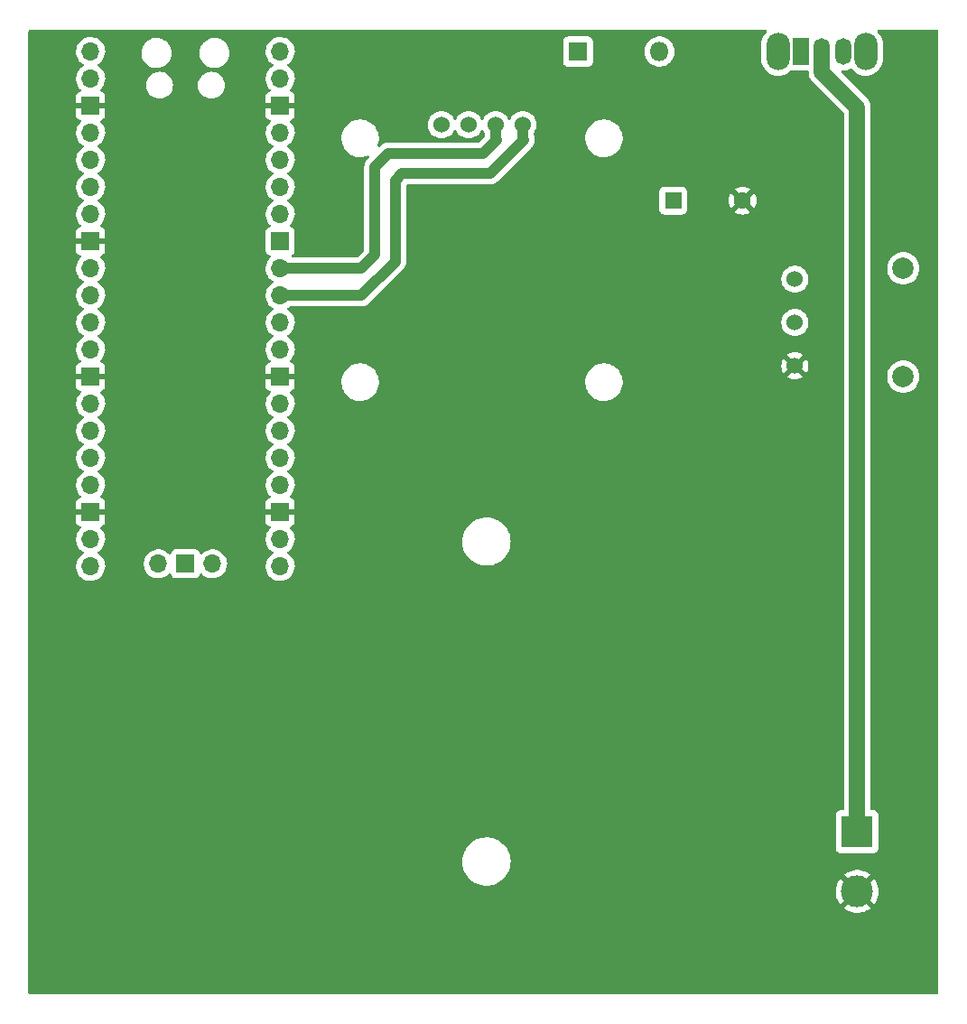
<source format=gbl>
G04 #@! TF.GenerationSoftware,KiCad,Pcbnew,(6.0.2)*
G04 #@! TF.CreationDate,2022-06-07T21:46:18+01:00*
G04 #@! TF.ProjectId,Pico_Handheld,5069636f-5f48-4616-9e64-68656c642e6b,rev?*
G04 #@! TF.SameCoordinates,Original*
G04 #@! TF.FileFunction,Copper,L2,Bot*
G04 #@! TF.FilePolarity,Positive*
%FSLAX46Y46*%
G04 Gerber Fmt 4.6, Leading zero omitted, Abs format (unit mm)*
G04 Created by KiCad (PCBNEW (6.0.2)) date 2022-06-07 21:46:18*
%MOMM*%
%LPD*%
G01*
G04 APERTURE LIST*
G04 #@! TA.AperFunction,ComponentPad*
%ADD10C,1.524000*%
G04 #@! TD*
G04 #@! TA.AperFunction,ComponentPad*
%ADD11C,2.000000*%
G04 #@! TD*
G04 #@! TA.AperFunction,ComponentPad*
%ADD12R,1.800000X1.800000*%
G04 #@! TD*
G04 #@! TA.AperFunction,ComponentPad*
%ADD13O,1.800000X1.800000*%
G04 #@! TD*
G04 #@! TA.AperFunction,ComponentPad*
%ADD14R,1.600000X1.600000*%
G04 #@! TD*
G04 #@! TA.AperFunction,ComponentPad*
%ADD15C,1.600000*%
G04 #@! TD*
G04 #@! TA.AperFunction,ComponentPad*
%ADD16O,2.200000X3.500000*%
G04 #@! TD*
G04 #@! TA.AperFunction,ComponentPad*
%ADD17R,1.500000X2.500000*%
G04 #@! TD*
G04 #@! TA.AperFunction,ComponentPad*
%ADD18O,1.500000X2.500000*%
G04 #@! TD*
G04 #@! TA.AperFunction,ComponentPad*
%ADD19O,1.700000X1.700000*%
G04 #@! TD*
G04 #@! TA.AperFunction,ComponentPad*
%ADD20R,1.700000X1.700000*%
G04 #@! TD*
G04 #@! TA.AperFunction,ComponentPad*
%ADD21R,3.000000X3.000000*%
G04 #@! TD*
G04 #@! TA.AperFunction,ComponentPad*
%ADD22C,3.000000*%
G04 #@! TD*
G04 #@! TA.AperFunction,ViaPad*
%ADD23C,0.800000*%
G04 #@! TD*
G04 #@! TA.AperFunction,Conductor*
%ADD24C,1.500000*%
G04 #@! TD*
G04 #@! TA.AperFunction,Conductor*
%ADD25C,1.000000*%
G04 #@! TD*
G04 APERTURE END LIST*
D10*
X182880000Y-73406000D03*
X182880000Y-77470000D03*
X182880000Y-81534000D03*
D11*
X193040000Y-72390000D03*
X193040000Y-82550000D03*
D12*
X162560000Y-52070000D03*
D13*
X170180000Y-52070000D03*
D14*
X171460000Y-66040000D03*
D15*
X177960000Y-66040000D03*
D16*
X181320000Y-52070000D03*
X189520000Y-52070000D03*
D17*
X183420000Y-52070000D03*
D18*
X185420000Y-52070000D03*
X187420000Y-52070000D03*
D19*
X116840000Y-52070000D03*
X116840000Y-54610000D03*
D20*
X116840000Y-57150000D03*
D19*
X116840000Y-59690000D03*
X116840000Y-62230000D03*
X116840000Y-64770000D03*
X116840000Y-67310000D03*
D20*
X116840000Y-69850000D03*
D19*
X116840000Y-72390000D03*
X116840000Y-74930000D03*
X116840000Y-77470000D03*
X116840000Y-80010000D03*
D20*
X116840000Y-82550000D03*
D19*
X116840000Y-85090000D03*
X116840000Y-87630000D03*
X116840000Y-90170000D03*
X116840000Y-92710000D03*
D20*
X116840000Y-95250000D03*
D19*
X116840000Y-97790000D03*
X116840000Y-100330000D03*
X134620000Y-100330000D03*
X134620000Y-97790000D03*
D20*
X134620000Y-95250000D03*
D19*
X134620000Y-92710000D03*
X134620000Y-90170000D03*
X134620000Y-87630000D03*
X134620000Y-85090000D03*
D20*
X134620000Y-82550000D03*
D19*
X134620000Y-80010000D03*
X134620000Y-77470000D03*
X134620000Y-74930000D03*
X134620000Y-72390000D03*
D20*
X134620000Y-69850000D03*
D19*
X134620000Y-67310000D03*
X134620000Y-64770000D03*
X134620000Y-62230000D03*
X134620000Y-59690000D03*
D20*
X134620000Y-57150000D03*
D19*
X134620000Y-54610000D03*
X134620000Y-52070000D03*
X123190000Y-100100000D03*
D20*
X125730000Y-100100000D03*
D19*
X128270000Y-100100000D03*
D10*
X149740000Y-58930000D03*
X152280000Y-58930000D03*
X154820000Y-58930000D03*
X157360000Y-58930000D03*
D21*
X188722000Y-125222000D03*
D22*
X188722000Y-130810000D03*
D23*
X130810000Y-121285000D03*
X156210000Y-67310000D03*
X151130000Y-69850000D03*
X176530000Y-127635000D03*
D24*
X185420000Y-52070000D02*
X185420000Y-53975000D01*
X188722000Y-57277000D02*
X188722000Y-125222000D01*
X185420000Y-53975000D02*
X188722000Y-57277000D01*
D25*
X142240000Y-72390000D02*
X143510000Y-71120000D01*
X154940000Y-60325000D02*
X154820000Y-60205000D01*
X154820000Y-60205000D02*
X154820000Y-58930000D01*
X134620000Y-72390000D02*
X142240000Y-72390000D01*
X143510000Y-62865000D02*
X144780000Y-61595000D01*
X143510000Y-71120000D02*
X143510000Y-62865000D01*
X153670000Y-61595000D02*
X154940000Y-60325000D01*
X144780000Y-61595000D02*
X153670000Y-61595000D01*
X145415000Y-71755000D02*
X145415000Y-64135000D01*
X154305000Y-63500000D02*
X157480000Y-60325000D01*
X157480000Y-60325000D02*
X157360000Y-60205000D01*
X146050000Y-63500000D02*
X154305000Y-63500000D01*
X157360000Y-60205000D02*
X157360000Y-58930000D01*
X142240000Y-74930000D02*
X145415000Y-71755000D01*
X134620000Y-74930000D02*
X142240000Y-74930000D01*
X145415000Y-64135000D02*
X146050000Y-63500000D01*
G04 #@! TA.AperFunction,Conductor*
G36*
X180187979Y-50058002D02*
G01*
X180234472Y-50111658D01*
X180244576Y-50181932D01*
X180215082Y-50246512D01*
X180201688Y-50259811D01*
X180182863Y-50275889D01*
X180182858Y-50275894D01*
X180179102Y-50279102D01*
X180014672Y-50471624D01*
X179882384Y-50687498D01*
X179880491Y-50692068D01*
X179880489Y-50692072D01*
X179788515Y-50914118D01*
X179785495Y-50921409D01*
X179784340Y-50926221D01*
X179731371Y-51146855D01*
X179726391Y-51167597D01*
X179711500Y-51356801D01*
X179711500Y-52783199D01*
X179711693Y-52785648D01*
X179711693Y-52785655D01*
X179718386Y-52870689D01*
X179726391Y-52972403D01*
X179727545Y-52977210D01*
X179727546Y-52977216D01*
X179750412Y-53072460D01*
X179785495Y-53218591D01*
X179787388Y-53223162D01*
X179787389Y-53223164D01*
X179870482Y-53423767D01*
X179882384Y-53452502D01*
X180014672Y-53668376D01*
X180179102Y-53860898D01*
X180371624Y-54025328D01*
X180587498Y-54157616D01*
X180592068Y-54159509D01*
X180592072Y-54159511D01*
X180816836Y-54252611D01*
X180821409Y-54254505D01*
X180853674Y-54262251D01*
X181062784Y-54312454D01*
X181062790Y-54312455D01*
X181067597Y-54313609D01*
X181320000Y-54333474D01*
X181572403Y-54313609D01*
X181577210Y-54312455D01*
X181577216Y-54312454D01*
X181786326Y-54262251D01*
X181818591Y-54254505D01*
X181823164Y-54252611D01*
X182047928Y-54159511D01*
X182047932Y-54159509D01*
X182052502Y-54157616D01*
X182268376Y-54025328D01*
X182460898Y-53860898D01*
X182463093Y-53858328D01*
X182525024Y-53824510D01*
X182565414Y-53822368D01*
X182618467Y-53828131D01*
X182618471Y-53828131D01*
X182621866Y-53828500D01*
X184032910Y-53828500D01*
X184101031Y-53848502D01*
X184147524Y-53902158D01*
X184158770Y-53948564D01*
X184160252Y-53979987D01*
X184161360Y-54003489D01*
X184161500Y-54009424D01*
X184161500Y-54031999D01*
X184163819Y-54057988D01*
X184164178Y-54063248D01*
X184168104Y-54146488D01*
X184169354Y-54151947D01*
X184169355Y-54151952D01*
X184172108Y-54163970D01*
X184174789Y-54180899D01*
X184176383Y-54198762D01*
X184177865Y-54204178D01*
X184177865Y-54204180D01*
X184198370Y-54279133D01*
X184199656Y-54284251D01*
X184215762Y-54354570D01*
X184218258Y-54365470D01*
X184220460Y-54370632D01*
X184225294Y-54381967D01*
X184230927Y-54398142D01*
X184235663Y-54415451D01*
X184238079Y-54420516D01*
X184271539Y-54490667D01*
X184273710Y-54495476D01*
X184306397Y-54572109D01*
X184316251Y-54587110D01*
X184324654Y-54602025D01*
X184332378Y-54618218D01*
X184374323Y-54676590D01*
X184380999Y-54685881D01*
X184383989Y-54690232D01*
X184427196Y-54756010D01*
X184427202Y-54756018D01*
X184429735Y-54759874D01*
X184448257Y-54780662D01*
X184456490Y-54790939D01*
X184463471Y-54800654D01*
X184540255Y-54875063D01*
X184541665Y-54876452D01*
X187426595Y-57761383D01*
X187460621Y-57823695D01*
X187463500Y-57850478D01*
X187463500Y-123087500D01*
X187443498Y-123155621D01*
X187389842Y-123202114D01*
X187337500Y-123213500D01*
X187173866Y-123213500D01*
X187111684Y-123220255D01*
X186975295Y-123271385D01*
X186858739Y-123358739D01*
X186771385Y-123475295D01*
X186720255Y-123611684D01*
X186713500Y-123673866D01*
X186713500Y-126770134D01*
X186720255Y-126832316D01*
X186771385Y-126968705D01*
X186858739Y-127085261D01*
X186975295Y-127172615D01*
X187111684Y-127223745D01*
X187173866Y-127230500D01*
X190270134Y-127230500D01*
X190332316Y-127223745D01*
X190468705Y-127172615D01*
X190585261Y-127085261D01*
X190672615Y-126968705D01*
X190723745Y-126832316D01*
X190730500Y-126770134D01*
X190730500Y-123673866D01*
X190723745Y-123611684D01*
X190672615Y-123475295D01*
X190585261Y-123358739D01*
X190468705Y-123271385D01*
X190332316Y-123220255D01*
X190270134Y-123213500D01*
X190106500Y-123213500D01*
X190038379Y-123193498D01*
X189991886Y-123139842D01*
X189980500Y-123087500D01*
X189980500Y-82550000D01*
X191526835Y-82550000D01*
X191545465Y-82786711D01*
X191546619Y-82791518D01*
X191546620Y-82791524D01*
X191573069Y-82901692D01*
X191600895Y-83017594D01*
X191602788Y-83022165D01*
X191602789Y-83022167D01*
X191680186Y-83209020D01*
X191691760Y-83236963D01*
X191694346Y-83241183D01*
X191813241Y-83435202D01*
X191813245Y-83435208D01*
X191815824Y-83439416D01*
X191970031Y-83619969D01*
X192150584Y-83774176D01*
X192154792Y-83776755D01*
X192154798Y-83776759D01*
X192344987Y-83893307D01*
X192353037Y-83898240D01*
X192357607Y-83900133D01*
X192357611Y-83900135D01*
X192506350Y-83961744D01*
X192572406Y-83989105D01*
X192631720Y-84003345D01*
X192798476Y-84043380D01*
X192798482Y-84043381D01*
X192803289Y-84044535D01*
X193040000Y-84063165D01*
X193276711Y-84044535D01*
X193281518Y-84043381D01*
X193281524Y-84043380D01*
X193448280Y-84003345D01*
X193507594Y-83989105D01*
X193573650Y-83961744D01*
X193722389Y-83900135D01*
X193722393Y-83900133D01*
X193726963Y-83898240D01*
X193735013Y-83893307D01*
X193925202Y-83776759D01*
X193925208Y-83776755D01*
X193929416Y-83774176D01*
X194109969Y-83619969D01*
X194264176Y-83439416D01*
X194266755Y-83435208D01*
X194266759Y-83435202D01*
X194385654Y-83241183D01*
X194388240Y-83236963D01*
X194399815Y-83209020D01*
X194477211Y-83022167D01*
X194477212Y-83022165D01*
X194479105Y-83017594D01*
X194506931Y-82901692D01*
X194533380Y-82791524D01*
X194533381Y-82791518D01*
X194534535Y-82786711D01*
X194553165Y-82550000D01*
X194534535Y-82313289D01*
X194530385Y-82296000D01*
X194480260Y-82087218D01*
X194479105Y-82082406D01*
X194404706Y-81902790D01*
X194390135Y-81867611D01*
X194390133Y-81867607D01*
X194388240Y-81863037D01*
X194325014Y-81759862D01*
X194266759Y-81664798D01*
X194266755Y-81664792D01*
X194264176Y-81660584D01*
X194109969Y-81480031D01*
X193929416Y-81325824D01*
X193925208Y-81323245D01*
X193925202Y-81323241D01*
X193731183Y-81204346D01*
X193726963Y-81201760D01*
X193722393Y-81199867D01*
X193722389Y-81199865D01*
X193512167Y-81112789D01*
X193512165Y-81112788D01*
X193507594Y-81110895D01*
X193427391Y-81091640D01*
X193281524Y-81056620D01*
X193281518Y-81056619D01*
X193276711Y-81055465D01*
X193040000Y-81036835D01*
X192803289Y-81055465D01*
X192798482Y-81056619D01*
X192798476Y-81056620D01*
X192652609Y-81091640D01*
X192572406Y-81110895D01*
X192567835Y-81112788D01*
X192567833Y-81112789D01*
X192357611Y-81199865D01*
X192357607Y-81199867D01*
X192353037Y-81201760D01*
X192348817Y-81204346D01*
X192154798Y-81323241D01*
X192154792Y-81323245D01*
X192150584Y-81325824D01*
X191970031Y-81480031D01*
X191815824Y-81660584D01*
X191813245Y-81664792D01*
X191813241Y-81664798D01*
X191754986Y-81759862D01*
X191691760Y-81863037D01*
X191689867Y-81867607D01*
X191689865Y-81867611D01*
X191675294Y-81902790D01*
X191600895Y-82082406D01*
X191599740Y-82087218D01*
X191549616Y-82296000D01*
X191545465Y-82313289D01*
X191526835Y-82550000D01*
X189980500Y-82550000D01*
X189980500Y-72390000D01*
X191526835Y-72390000D01*
X191545465Y-72626711D01*
X191600895Y-72857594D01*
X191602788Y-72862165D01*
X191602789Y-72862167D01*
X191647374Y-72969804D01*
X191691760Y-73076963D01*
X191694346Y-73081183D01*
X191813241Y-73275202D01*
X191813245Y-73275208D01*
X191815824Y-73279416D01*
X191970031Y-73459969D01*
X192150584Y-73614176D01*
X192154792Y-73616755D01*
X192154798Y-73616759D01*
X192325498Y-73721364D01*
X192353037Y-73738240D01*
X192357607Y-73740133D01*
X192357611Y-73740135D01*
X192567833Y-73827211D01*
X192572406Y-73829105D01*
X192626934Y-73842196D01*
X192798476Y-73883380D01*
X192798482Y-73883381D01*
X192803289Y-73884535D01*
X193040000Y-73903165D01*
X193276711Y-73884535D01*
X193281518Y-73883381D01*
X193281524Y-73883380D01*
X193453066Y-73842196D01*
X193507594Y-73829105D01*
X193512167Y-73827211D01*
X193722389Y-73740135D01*
X193722393Y-73740133D01*
X193726963Y-73738240D01*
X193754502Y-73721364D01*
X193925202Y-73616759D01*
X193925208Y-73616755D01*
X193929416Y-73614176D01*
X194109969Y-73459969D01*
X194264176Y-73279416D01*
X194266755Y-73275208D01*
X194266759Y-73275202D01*
X194385654Y-73081183D01*
X194388240Y-73076963D01*
X194432627Y-72969804D01*
X194477211Y-72862167D01*
X194477212Y-72862165D01*
X194479105Y-72857594D01*
X194534535Y-72626711D01*
X194553165Y-72390000D01*
X194534535Y-72153289D01*
X194532389Y-72144348D01*
X194498360Y-72002609D01*
X194479105Y-71922406D01*
X194454149Y-71862157D01*
X194390135Y-71707611D01*
X194390133Y-71707607D01*
X194388240Y-71703037D01*
X194385654Y-71698817D01*
X194266759Y-71504798D01*
X194266755Y-71504792D01*
X194264176Y-71500584D01*
X194109969Y-71320031D01*
X193929416Y-71165824D01*
X193925208Y-71163245D01*
X193925202Y-71163241D01*
X193731183Y-71044346D01*
X193726963Y-71041760D01*
X193722393Y-71039867D01*
X193722389Y-71039865D01*
X193512167Y-70952789D01*
X193512165Y-70952788D01*
X193507594Y-70950895D01*
X193427391Y-70931640D01*
X193281524Y-70896620D01*
X193281518Y-70896619D01*
X193276711Y-70895465D01*
X193040000Y-70876835D01*
X192803289Y-70895465D01*
X192798482Y-70896619D01*
X192798476Y-70896620D01*
X192652609Y-70931640D01*
X192572406Y-70950895D01*
X192567835Y-70952788D01*
X192567833Y-70952789D01*
X192357611Y-71039865D01*
X192357607Y-71039867D01*
X192353037Y-71041760D01*
X192348817Y-71044346D01*
X192154798Y-71163241D01*
X192154792Y-71163245D01*
X192150584Y-71165824D01*
X191970031Y-71320031D01*
X191815824Y-71500584D01*
X191813245Y-71504792D01*
X191813241Y-71504798D01*
X191694346Y-71698817D01*
X191691760Y-71703037D01*
X191689867Y-71707607D01*
X191689865Y-71707611D01*
X191625851Y-71862157D01*
X191600895Y-71922406D01*
X191581640Y-72002609D01*
X191547612Y-72144348D01*
X191545465Y-72153289D01*
X191526835Y-72390000D01*
X189980500Y-72390000D01*
X189980500Y-57368395D01*
X189981578Y-57351948D01*
X189983746Y-57335483D01*
X189983746Y-57335479D01*
X189984479Y-57329913D01*
X189980640Y-57248511D01*
X189980500Y-57242576D01*
X189980500Y-57220001D01*
X189978181Y-57194011D01*
X189977822Y-57188749D01*
X189974160Y-57111113D01*
X189973896Y-57105512D01*
X189969892Y-57088030D01*
X189967211Y-57071100D01*
X189966116Y-57058832D01*
X189965617Y-57053238D01*
X189943630Y-56972867D01*
X189942344Y-56967749D01*
X189924995Y-56892000D01*
X189924994Y-56891998D01*
X189923742Y-56886530D01*
X189916706Y-56870033D01*
X189911073Y-56853858D01*
X189907818Y-56841961D01*
X189907817Y-56841957D01*
X189906337Y-56836549D01*
X189870461Y-56761333D01*
X189868290Y-56756524D01*
X189837804Y-56685051D01*
X189837804Y-56685050D01*
X189835603Y-56679891D01*
X189825749Y-56664890D01*
X189817343Y-56649970D01*
X189812035Y-56638841D01*
X189809622Y-56633782D01*
X189806354Y-56629234D01*
X189806351Y-56629229D01*
X189760998Y-56566114D01*
X189758009Y-56561765D01*
X189712265Y-56492125D01*
X189693747Y-56471341D01*
X189685498Y-56461045D01*
X189681804Y-56455904D01*
X189678529Y-56451346D01*
X189601777Y-56376968D01*
X189600367Y-56375579D01*
X187267087Y-54042299D01*
X187233061Y-53979987D01*
X187238126Y-53909172D01*
X187280673Y-53852336D01*
X187347193Y-53827525D01*
X187363430Y-53827413D01*
X187413073Y-53830275D01*
X187454083Y-53832640D01*
X187454086Y-53832640D01*
X187459690Y-53832963D01*
X187682715Y-53805975D01*
X187897435Y-53739918D01*
X187902415Y-53737348D01*
X187902419Y-53737346D01*
X188071278Y-53650191D01*
X188140985Y-53636722D01*
X188206909Y-53663077D01*
X188224879Y-53680327D01*
X188375889Y-53857137D01*
X188375894Y-53857142D01*
X188379102Y-53860898D01*
X188571624Y-54025328D01*
X188787498Y-54157616D01*
X188792068Y-54159509D01*
X188792072Y-54159511D01*
X189016836Y-54252611D01*
X189021409Y-54254505D01*
X189053674Y-54262251D01*
X189262784Y-54312454D01*
X189262790Y-54312455D01*
X189267597Y-54313609D01*
X189520000Y-54333474D01*
X189772403Y-54313609D01*
X189777210Y-54312455D01*
X189777216Y-54312454D01*
X189986326Y-54262251D01*
X190018591Y-54254505D01*
X190023164Y-54252611D01*
X190247928Y-54159511D01*
X190247932Y-54159509D01*
X190252502Y-54157616D01*
X190468376Y-54025328D01*
X190660898Y-53860898D01*
X190825328Y-53668376D01*
X190957616Y-53452502D01*
X190969519Y-53423767D01*
X191052611Y-53223164D01*
X191052612Y-53223162D01*
X191054505Y-53218591D01*
X191089588Y-53072460D01*
X191112454Y-52977216D01*
X191112455Y-52977210D01*
X191113609Y-52972403D01*
X191121614Y-52870689D01*
X191128307Y-52785655D01*
X191128307Y-52785648D01*
X191128500Y-52783199D01*
X191128500Y-51356801D01*
X191113609Y-51167597D01*
X191108630Y-51146855D01*
X191055660Y-50926221D01*
X191054505Y-50921409D01*
X191051485Y-50914118D01*
X190959511Y-50692072D01*
X190959509Y-50692068D01*
X190957616Y-50687498D01*
X190825328Y-50471624D01*
X190660898Y-50279102D01*
X190657142Y-50275894D01*
X190657137Y-50275889D01*
X190638312Y-50259811D01*
X190599503Y-50200361D01*
X190598995Y-50129366D01*
X190636951Y-50069367D01*
X190701320Y-50039414D01*
X190720142Y-50038000D01*
X196216000Y-50038000D01*
X196284121Y-50058002D01*
X196330614Y-50111658D01*
X196342000Y-50164000D01*
X196342000Y-140336000D01*
X196321998Y-140404121D01*
X196268342Y-140450614D01*
X196216000Y-140462000D01*
X111124000Y-140462000D01*
X111055879Y-140441998D01*
X111009386Y-140388342D01*
X110998000Y-140336000D01*
X110998000Y-132399654D01*
X187497618Y-132399654D01*
X187504673Y-132409627D01*
X187535679Y-132435551D01*
X187542598Y-132440579D01*
X187767272Y-132581515D01*
X187774807Y-132585556D01*
X188016520Y-132694694D01*
X188024551Y-132697680D01*
X188278832Y-132773002D01*
X188287184Y-132774869D01*
X188549340Y-132814984D01*
X188557874Y-132815700D01*
X188823045Y-132819867D01*
X188831596Y-132819418D01*
X189094883Y-132787557D01*
X189103284Y-132785955D01*
X189359824Y-132718653D01*
X189367926Y-132715926D01*
X189612949Y-132614434D01*
X189620617Y-132610628D01*
X189849598Y-132476822D01*
X189856679Y-132472009D01*
X189936655Y-132409301D01*
X189945125Y-132397442D01*
X189938608Y-132385818D01*
X188734812Y-131182022D01*
X188720868Y-131174408D01*
X188719035Y-131174539D01*
X188712420Y-131178790D01*
X187504910Y-132386300D01*
X187497618Y-132399654D01*
X110998000Y-132399654D01*
X110998000Y-130793204D01*
X186709665Y-130793204D01*
X186724932Y-131057969D01*
X186726005Y-131066470D01*
X186777065Y-131326722D01*
X186779276Y-131334974D01*
X186865184Y-131585894D01*
X186868499Y-131593779D01*
X186987664Y-131830713D01*
X186992020Y-131838079D01*
X187121347Y-132026250D01*
X187131601Y-132034594D01*
X187145342Y-132027448D01*
X188349978Y-130822812D01*
X188356356Y-130811132D01*
X189086408Y-130811132D01*
X189086539Y-130812965D01*
X189090790Y-130819580D01*
X190297730Y-132026520D01*
X190309939Y-132033187D01*
X190321439Y-132024497D01*
X190418831Y-131891913D01*
X190423418Y-131884685D01*
X190549962Y-131651621D01*
X190553530Y-131643827D01*
X190647271Y-131395750D01*
X190649748Y-131387544D01*
X190708954Y-131129038D01*
X190710294Y-131120577D01*
X190734031Y-130854616D01*
X190734277Y-130849677D01*
X190734666Y-130812485D01*
X190734523Y-130807519D01*
X190716362Y-130541123D01*
X190715201Y-130532649D01*
X190661419Y-130272944D01*
X190659120Y-130264709D01*
X190570588Y-130014705D01*
X190567191Y-130006854D01*
X190445550Y-129771178D01*
X190441122Y-129763866D01*
X190322031Y-129594417D01*
X190311509Y-129586037D01*
X190298121Y-129593089D01*
X189094022Y-130797188D01*
X189086408Y-130811132D01*
X188356356Y-130811132D01*
X188357592Y-130808868D01*
X188357461Y-130807035D01*
X188353210Y-130800420D01*
X187145814Y-129593024D01*
X187133804Y-129586466D01*
X187122064Y-129595434D01*
X187013935Y-129745911D01*
X187009418Y-129753196D01*
X186885325Y-129987567D01*
X186881839Y-129995395D01*
X186790700Y-130244446D01*
X186788311Y-130252670D01*
X186731812Y-130511795D01*
X186730563Y-130520250D01*
X186709754Y-130784653D01*
X186709665Y-130793204D01*
X110998000Y-130793204D01*
X110998000Y-128061404D01*
X151700941Y-128061404D01*
X151727091Y-128360292D01*
X151728001Y-128364364D01*
X151728002Y-128364369D01*
X151791628Y-128649016D01*
X151792540Y-128653095D01*
X151896140Y-128934671D01*
X151898084Y-128938359D01*
X151898088Y-128938367D01*
X152034116Y-129196367D01*
X152036069Y-129200071D01*
X152209871Y-129444633D01*
X152414490Y-129664061D01*
X152646333Y-129854498D01*
X152901325Y-130012600D01*
X152905142Y-130014316D01*
X152905145Y-130014317D01*
X152980031Y-130047972D01*
X153174988Y-130135589D01*
X153349368Y-130187574D01*
X153458514Y-130220112D01*
X153458516Y-130220112D01*
X153462513Y-130221304D01*
X153466633Y-130221957D01*
X153466635Y-130221957D01*
X153585509Y-130240785D01*
X153758848Y-130268239D01*
X153801577Y-130270179D01*
X153851262Y-130272436D01*
X153851281Y-130272436D01*
X153852681Y-130272500D01*
X154040107Y-130272500D01*
X154263370Y-130257671D01*
X154267464Y-130256846D01*
X154267468Y-130256845D01*
X154408513Y-130228405D01*
X154557480Y-130198368D01*
X154841163Y-130100688D01*
X154844896Y-130098819D01*
X154844900Y-130098817D01*
X155105691Y-129968222D01*
X155105693Y-129968221D01*
X155109435Y-129966347D01*
X155357584Y-129797706D01*
X155581248Y-129597726D01*
X155584084Y-129594417D01*
X155773779Y-129373097D01*
X155773782Y-129373093D01*
X155776499Y-129369923D01*
X155778773Y-129366421D01*
X155778777Y-129366416D01*
X155872237Y-129222500D01*
X187498584Y-129222500D01*
X187504980Y-129233770D01*
X188709188Y-130437978D01*
X188723132Y-130445592D01*
X188724965Y-130445461D01*
X188731580Y-130441210D01*
X189938604Y-129234186D01*
X189945795Y-129221017D01*
X189938473Y-129210780D01*
X189891233Y-129172115D01*
X189884261Y-129167160D01*
X189658122Y-129028582D01*
X189650552Y-129024624D01*
X189407704Y-128918022D01*
X189399644Y-128915120D01*
X189144592Y-128842467D01*
X189136214Y-128840685D01*
X188873656Y-128803318D01*
X188865111Y-128802691D01*
X188599908Y-128801302D01*
X188591374Y-128801839D01*
X188328433Y-128836456D01*
X188320035Y-128838149D01*
X188064238Y-128908127D01*
X188056143Y-128910946D01*
X187812199Y-129014997D01*
X187804577Y-129018881D01*
X187577013Y-129155075D01*
X187569981Y-129159962D01*
X187507053Y-129210377D01*
X187498584Y-129222500D01*
X155872237Y-129222500D01*
X155937628Y-129121807D01*
X155937631Y-129121802D01*
X155939907Y-129118297D01*
X156068600Y-128847270D01*
X156071529Y-128838149D01*
X156159038Y-128565591D01*
X156159038Y-128565590D01*
X156160318Y-128561604D01*
X156213448Y-128266316D01*
X156227059Y-127966596D01*
X156200909Y-127667708D01*
X156156832Y-127470515D01*
X156136372Y-127378984D01*
X156136371Y-127378981D01*
X156135460Y-127374905D01*
X156031860Y-127093329D01*
X156029916Y-127089641D01*
X156029912Y-127089633D01*
X155893884Y-126831633D01*
X155893883Y-126831632D01*
X155891931Y-126827929D01*
X155718129Y-126583367D01*
X155513510Y-126363939D01*
X155281667Y-126173502D01*
X155026675Y-126015400D01*
X154753012Y-125892411D01*
X154539650Y-125828805D01*
X154469486Y-125807888D01*
X154469484Y-125807888D01*
X154465487Y-125806696D01*
X154461367Y-125806043D01*
X154461365Y-125806043D01*
X154342491Y-125787215D01*
X154169152Y-125759761D01*
X154126423Y-125757821D01*
X154076738Y-125755564D01*
X154076719Y-125755564D01*
X154075319Y-125755500D01*
X153887893Y-125755500D01*
X153664630Y-125770329D01*
X153660536Y-125771154D01*
X153660532Y-125771155D01*
X153519487Y-125799595D01*
X153370520Y-125829632D01*
X153086837Y-125927312D01*
X153083104Y-125929181D01*
X153083100Y-125929183D01*
X152822309Y-126059778D01*
X152818565Y-126061653D01*
X152570416Y-126230294D01*
X152346752Y-126430274D01*
X152344035Y-126433444D01*
X152344034Y-126433445D01*
X152218155Y-126580311D01*
X152151501Y-126658077D01*
X152149227Y-126661579D01*
X152149223Y-126661584D01*
X151990372Y-126906193D01*
X151988093Y-126909703D01*
X151859400Y-127180730D01*
X151767682Y-127466396D01*
X151714552Y-127761684D01*
X151700941Y-128061404D01*
X110998000Y-128061404D01*
X110998000Y-100296695D01*
X115477251Y-100296695D01*
X115477548Y-100301848D01*
X115477548Y-100301851D01*
X115483011Y-100396590D01*
X115490110Y-100519715D01*
X115491247Y-100524761D01*
X115491248Y-100524767D01*
X115511119Y-100612939D01*
X115539222Y-100737639D01*
X115623266Y-100944616D01*
X115647087Y-100983489D01*
X115705213Y-101078341D01*
X115739987Y-101135088D01*
X115886250Y-101303938D01*
X116058126Y-101446632D01*
X116251000Y-101559338D01*
X116459692Y-101639030D01*
X116464760Y-101640061D01*
X116464763Y-101640062D01*
X116572017Y-101661883D01*
X116678597Y-101683567D01*
X116683772Y-101683757D01*
X116683774Y-101683757D01*
X116896673Y-101691564D01*
X116896677Y-101691564D01*
X116901837Y-101691753D01*
X116906957Y-101691097D01*
X116906959Y-101691097D01*
X117118288Y-101664025D01*
X117118289Y-101664025D01*
X117123416Y-101663368D01*
X117128366Y-101661883D01*
X117332429Y-101600661D01*
X117332434Y-101600659D01*
X117337384Y-101599174D01*
X117537994Y-101500896D01*
X117719860Y-101371173D01*
X117761842Y-101329338D01*
X117820488Y-101270896D01*
X117878096Y-101213489D01*
X117890157Y-101196705D01*
X118005435Y-101036277D01*
X118008453Y-101032077D01*
X118025336Y-100997918D01*
X118105136Y-100836453D01*
X118105137Y-100836451D01*
X118107430Y-100831811D01*
X118172370Y-100618069D01*
X118201529Y-100396590D01*
X118203156Y-100330000D01*
X118184852Y-100107361D01*
X118174637Y-100066695D01*
X121827251Y-100066695D01*
X121827548Y-100071848D01*
X121827548Y-100071851D01*
X121836203Y-100221957D01*
X121840110Y-100289715D01*
X121841247Y-100294761D01*
X121841248Y-100294767D01*
X121849947Y-100333365D01*
X121889222Y-100507639D01*
X121973266Y-100714616D01*
X121990307Y-100742425D01*
X122047928Y-100836453D01*
X122089987Y-100905088D01*
X122236250Y-101073938D01*
X122408126Y-101216632D01*
X122601000Y-101329338D01*
X122809692Y-101409030D01*
X122814760Y-101410061D01*
X122814763Y-101410062D01*
X122922017Y-101431883D01*
X123028597Y-101453567D01*
X123033772Y-101453757D01*
X123033774Y-101453757D01*
X123246673Y-101461564D01*
X123246677Y-101461564D01*
X123251837Y-101461753D01*
X123256957Y-101461097D01*
X123256959Y-101461097D01*
X123468288Y-101434025D01*
X123468289Y-101434025D01*
X123473416Y-101433368D01*
X123478366Y-101431883D01*
X123682429Y-101370661D01*
X123682434Y-101370659D01*
X123687384Y-101369174D01*
X123887994Y-101270896D01*
X124069860Y-101141173D01*
X124178091Y-101033319D01*
X124240462Y-100999404D01*
X124311268Y-101004592D01*
X124368030Y-101047238D01*
X124385012Y-101078341D01*
X124408567Y-101141173D01*
X124429385Y-101196705D01*
X124516739Y-101313261D01*
X124633295Y-101400615D01*
X124769684Y-101451745D01*
X124831866Y-101458500D01*
X126628134Y-101458500D01*
X126690316Y-101451745D01*
X126826705Y-101400615D01*
X126943261Y-101313261D01*
X127030615Y-101196705D01*
X127051433Y-101141173D01*
X127074598Y-101079382D01*
X127117240Y-101022618D01*
X127183802Y-100997918D01*
X127253150Y-101013126D01*
X127287817Y-101041114D01*
X127316250Y-101073938D01*
X127488126Y-101216632D01*
X127681000Y-101329338D01*
X127889692Y-101409030D01*
X127894760Y-101410061D01*
X127894763Y-101410062D01*
X128002017Y-101431883D01*
X128108597Y-101453567D01*
X128113772Y-101453757D01*
X128113774Y-101453757D01*
X128326673Y-101461564D01*
X128326677Y-101461564D01*
X128331837Y-101461753D01*
X128336957Y-101461097D01*
X128336959Y-101461097D01*
X128548288Y-101434025D01*
X128548289Y-101434025D01*
X128553416Y-101433368D01*
X128558366Y-101431883D01*
X128762429Y-101370661D01*
X128762434Y-101370659D01*
X128767384Y-101369174D01*
X128967994Y-101270896D01*
X129149860Y-101141173D01*
X129155967Y-101135088D01*
X129255123Y-101036277D01*
X129308096Y-100983489D01*
X129367594Y-100900689D01*
X129435435Y-100806277D01*
X129438453Y-100802077D01*
X129472793Y-100732596D01*
X129535136Y-100606453D01*
X129535137Y-100606451D01*
X129537430Y-100601811D01*
X129602370Y-100388069D01*
X129614400Y-100296695D01*
X133257251Y-100296695D01*
X133257548Y-100301848D01*
X133257548Y-100301851D01*
X133263011Y-100396590D01*
X133270110Y-100519715D01*
X133271247Y-100524761D01*
X133271248Y-100524767D01*
X133291119Y-100612939D01*
X133319222Y-100737639D01*
X133403266Y-100944616D01*
X133427087Y-100983489D01*
X133485213Y-101078341D01*
X133519987Y-101135088D01*
X133666250Y-101303938D01*
X133838126Y-101446632D01*
X134031000Y-101559338D01*
X134239692Y-101639030D01*
X134244760Y-101640061D01*
X134244763Y-101640062D01*
X134352017Y-101661883D01*
X134458597Y-101683567D01*
X134463772Y-101683757D01*
X134463774Y-101683757D01*
X134676673Y-101691564D01*
X134676677Y-101691564D01*
X134681837Y-101691753D01*
X134686957Y-101691097D01*
X134686959Y-101691097D01*
X134898288Y-101664025D01*
X134898289Y-101664025D01*
X134903416Y-101663368D01*
X134908366Y-101661883D01*
X135112429Y-101600661D01*
X135112434Y-101600659D01*
X135117384Y-101599174D01*
X135317994Y-101500896D01*
X135499860Y-101371173D01*
X135541842Y-101329338D01*
X135600488Y-101270896D01*
X135658096Y-101213489D01*
X135670157Y-101196705D01*
X135785435Y-101036277D01*
X135788453Y-101032077D01*
X135805336Y-100997918D01*
X135885136Y-100836453D01*
X135885137Y-100836451D01*
X135887430Y-100831811D01*
X135952370Y-100618069D01*
X135981529Y-100396590D01*
X135983156Y-100330000D01*
X135964852Y-100107361D01*
X135910431Y-99890702D01*
X135821354Y-99685840D01*
X135766152Y-99600511D01*
X135702822Y-99502617D01*
X135702820Y-99502614D01*
X135700014Y-99498277D01*
X135549670Y-99333051D01*
X135545619Y-99329852D01*
X135545615Y-99329848D01*
X135378414Y-99197800D01*
X135378410Y-99197798D01*
X135374359Y-99194598D01*
X135333053Y-99171796D01*
X135283084Y-99121364D01*
X135268312Y-99051921D01*
X135293428Y-98985516D01*
X135320780Y-98958909D01*
X135364603Y-98927650D01*
X135499860Y-98831173D01*
X135526355Y-98804771D01*
X135654435Y-98677137D01*
X135658096Y-98673489D01*
X135672751Y-98653095D01*
X135785435Y-98496277D01*
X135788453Y-98492077D01*
X135887430Y-98291811D01*
X135952370Y-98078069D01*
X135954564Y-98061404D01*
X151700941Y-98061404D01*
X151727091Y-98360292D01*
X151728001Y-98364364D01*
X151728002Y-98364369D01*
X151779574Y-98595088D01*
X151792540Y-98653095D01*
X151793984Y-98657018D01*
X151793984Y-98657020D01*
X151801386Y-98677137D01*
X151896140Y-98934671D01*
X151898084Y-98938359D01*
X151898088Y-98938367D01*
X152023645Y-99176507D01*
X152036069Y-99200071D01*
X152209871Y-99444633D01*
X152414490Y-99664061D01*
X152646333Y-99854498D01*
X152901325Y-100012600D01*
X153174988Y-100135589D01*
X153278979Y-100166590D01*
X153458514Y-100220112D01*
X153458516Y-100220112D01*
X153462513Y-100221304D01*
X153466633Y-100221957D01*
X153466635Y-100221957D01*
X153585509Y-100240785D01*
X153758848Y-100268239D01*
X153801577Y-100270179D01*
X153851262Y-100272436D01*
X153851281Y-100272436D01*
X153852681Y-100272500D01*
X154040107Y-100272500D01*
X154263370Y-100257671D01*
X154267464Y-100256846D01*
X154267468Y-100256845D01*
X154408513Y-100228405D01*
X154557480Y-100198368D01*
X154841163Y-100100688D01*
X154844896Y-100098819D01*
X154844900Y-100098817D01*
X155105691Y-99968222D01*
X155105693Y-99968221D01*
X155109435Y-99966347D01*
X155259598Y-99864297D01*
X155354125Y-99800057D01*
X155354128Y-99800055D01*
X155357584Y-99797706D01*
X155581248Y-99597726D01*
X155583966Y-99594555D01*
X155773779Y-99373097D01*
X155773782Y-99373093D01*
X155776499Y-99369923D01*
X155778773Y-99366421D01*
X155778777Y-99366416D01*
X155937628Y-99121807D01*
X155937631Y-99121802D01*
X155939907Y-99118297D01*
X156068600Y-98847270D01*
X156070373Y-98841750D01*
X156159038Y-98565591D01*
X156159038Y-98565590D01*
X156160318Y-98561604D01*
X156213448Y-98266316D01*
X156216350Y-98202425D01*
X156226870Y-97970766D01*
X156226870Y-97970760D01*
X156227059Y-97966596D01*
X156217435Y-97856590D01*
X156201273Y-97671870D01*
X156200909Y-97667708D01*
X156179633Y-97572522D01*
X156136372Y-97378984D01*
X156136371Y-97378981D01*
X156135460Y-97374905D01*
X156031860Y-97093329D01*
X156029916Y-97089641D01*
X156029912Y-97089633D01*
X155893884Y-96831633D01*
X155893883Y-96831632D01*
X155891931Y-96827929D01*
X155718129Y-96583367D01*
X155513510Y-96363939D01*
X155281667Y-96173502D01*
X155026675Y-96015400D01*
X154753012Y-95892411D01*
X154539650Y-95828805D01*
X154469486Y-95807888D01*
X154469484Y-95807888D01*
X154465487Y-95806696D01*
X154461367Y-95806043D01*
X154461365Y-95806043D01*
X154342491Y-95787215D01*
X154169152Y-95759761D01*
X154126423Y-95757821D01*
X154076738Y-95755564D01*
X154076719Y-95755564D01*
X154075319Y-95755500D01*
X153887893Y-95755500D01*
X153664630Y-95770329D01*
X153660536Y-95771154D01*
X153660532Y-95771155D01*
X153519487Y-95799595D01*
X153370520Y-95829632D01*
X153086837Y-95927312D01*
X153083104Y-95929181D01*
X153083100Y-95929183D01*
X152822309Y-96059778D01*
X152818565Y-96061653D01*
X152815100Y-96064008D01*
X152611532Y-96202352D01*
X152570416Y-96230294D01*
X152346752Y-96430274D01*
X152344035Y-96433444D01*
X152344034Y-96433445D01*
X152154483Y-96654598D01*
X152151501Y-96658077D01*
X152149227Y-96661579D01*
X152149223Y-96661584D01*
X152038792Y-96831633D01*
X151988093Y-96909703D01*
X151986299Y-96913482D01*
X151986298Y-96913483D01*
X151965028Y-96958277D01*
X151859400Y-97180730D01*
X151858121Y-97184713D01*
X151858120Y-97184716D01*
X151803216Y-97355720D01*
X151767682Y-97466396D01*
X151766941Y-97470515D01*
X151715450Y-97756695D01*
X151714552Y-97761684D01*
X151714363Y-97765851D01*
X151714362Y-97765858D01*
X151704421Y-97984767D01*
X151700941Y-98061404D01*
X135954564Y-98061404D01*
X135981529Y-97856590D01*
X135983156Y-97790000D01*
X135964852Y-97567361D01*
X135910431Y-97350702D01*
X135821354Y-97145840D01*
X135700014Y-96958277D01*
X135696540Y-96954459D01*
X135696533Y-96954450D01*
X135552435Y-96796088D01*
X135521383Y-96732242D01*
X135529779Y-96661744D01*
X135574956Y-96606976D01*
X135601400Y-96593307D01*
X135708052Y-96553325D01*
X135723649Y-96544786D01*
X135825724Y-96468285D01*
X135838285Y-96455724D01*
X135914786Y-96353649D01*
X135923324Y-96338054D01*
X135968478Y-96217606D01*
X135972105Y-96202351D01*
X135977631Y-96151486D01*
X135978000Y-96144672D01*
X135978000Y-95522115D01*
X135973525Y-95506876D01*
X135972135Y-95505671D01*
X135964452Y-95504000D01*
X133280116Y-95504000D01*
X133264877Y-95508475D01*
X133263672Y-95509865D01*
X133262001Y-95517548D01*
X133262001Y-96144669D01*
X133262371Y-96151490D01*
X133267895Y-96202352D01*
X133271521Y-96217604D01*
X133316676Y-96338054D01*
X133325214Y-96353649D01*
X133401715Y-96455724D01*
X133414276Y-96468285D01*
X133516351Y-96544786D01*
X133531946Y-96553324D01*
X133640827Y-96594142D01*
X133697591Y-96636784D01*
X133722291Y-96703345D01*
X133707083Y-96772694D01*
X133687691Y-96799175D01*
X133582068Y-96909703D01*
X133560629Y-96932138D01*
X133434743Y-97116680D01*
X133340688Y-97319305D01*
X133280989Y-97534570D01*
X133257251Y-97756695D01*
X133257548Y-97761848D01*
X133257548Y-97761851D01*
X133263011Y-97856590D01*
X133270110Y-97979715D01*
X133271247Y-97984761D01*
X133271248Y-97984767D01*
X133287580Y-98057234D01*
X133319222Y-98197639D01*
X133357461Y-98291811D01*
X133386924Y-98364369D01*
X133403266Y-98404616D01*
X133519987Y-98595088D01*
X133666250Y-98763938D01*
X133838126Y-98906632D01*
X133879401Y-98930751D01*
X133911445Y-98949476D01*
X133960169Y-99001114D01*
X133973240Y-99070897D01*
X133946509Y-99136669D01*
X133906055Y-99170027D01*
X133893607Y-99176507D01*
X133889474Y-99179610D01*
X133889471Y-99179612D01*
X133765600Y-99272617D01*
X133714965Y-99310635D01*
X133711393Y-99314373D01*
X133571665Y-99460590D01*
X133560629Y-99472138D01*
X133434743Y-99656680D01*
X133419003Y-99690590D01*
X133347528Y-99844570D01*
X133340688Y-99859305D01*
X133280989Y-100074570D01*
X133257251Y-100296695D01*
X129614400Y-100296695D01*
X129631529Y-100166590D01*
X129632257Y-100136783D01*
X129633074Y-100103365D01*
X129633074Y-100103361D01*
X129633156Y-100100000D01*
X129614852Y-99877361D01*
X129560431Y-99660702D01*
X129471354Y-99455840D01*
X129350014Y-99268277D01*
X129199670Y-99103051D01*
X129195619Y-99099852D01*
X129195615Y-99099848D01*
X129028414Y-98967800D01*
X129028410Y-98967798D01*
X129024359Y-98964598D01*
X129014054Y-98958909D01*
X128913366Y-98903327D01*
X128828789Y-98856638D01*
X128823920Y-98854914D01*
X128823916Y-98854912D01*
X128623087Y-98783795D01*
X128623083Y-98783794D01*
X128618212Y-98782069D01*
X128613119Y-98781162D01*
X128613116Y-98781161D01*
X128403373Y-98743800D01*
X128403367Y-98743799D01*
X128398284Y-98742894D01*
X128324452Y-98741992D01*
X128180081Y-98740228D01*
X128180079Y-98740228D01*
X128174911Y-98740165D01*
X127954091Y-98773955D01*
X127741756Y-98843357D01*
X127543607Y-98946507D01*
X127539474Y-98949610D01*
X127539471Y-98949612D01*
X127374658Y-99073357D01*
X127364965Y-99080635D01*
X127308537Y-99139684D01*
X127284283Y-99165064D01*
X127222759Y-99200494D01*
X127151846Y-99197037D01*
X127094060Y-99155791D01*
X127075207Y-99122243D01*
X127033767Y-99011703D01*
X127030615Y-99003295D01*
X126943261Y-98886739D01*
X126826705Y-98799385D01*
X126690316Y-98748255D01*
X126628134Y-98741500D01*
X124831866Y-98741500D01*
X124769684Y-98748255D01*
X124633295Y-98799385D01*
X124516739Y-98886739D01*
X124429385Y-99003295D01*
X124426233Y-99011703D01*
X124384919Y-99121907D01*
X124342277Y-99178671D01*
X124275716Y-99203371D01*
X124206367Y-99188163D01*
X124173743Y-99162476D01*
X124123151Y-99106875D01*
X124123142Y-99106866D01*
X124119670Y-99103051D01*
X124115619Y-99099852D01*
X124115615Y-99099848D01*
X123948414Y-98967800D01*
X123948410Y-98967798D01*
X123944359Y-98964598D01*
X123934054Y-98958909D01*
X123833366Y-98903327D01*
X123748789Y-98856638D01*
X123743920Y-98854914D01*
X123743916Y-98854912D01*
X123543087Y-98783795D01*
X123543083Y-98783794D01*
X123538212Y-98782069D01*
X123533119Y-98781162D01*
X123533116Y-98781161D01*
X123323373Y-98743800D01*
X123323367Y-98743799D01*
X123318284Y-98742894D01*
X123244452Y-98741992D01*
X123100081Y-98740228D01*
X123100079Y-98740228D01*
X123094911Y-98740165D01*
X122874091Y-98773955D01*
X122661756Y-98843357D01*
X122463607Y-98946507D01*
X122459474Y-98949610D01*
X122459471Y-98949612D01*
X122294658Y-99073357D01*
X122284965Y-99080635D01*
X122252587Y-99114517D01*
X122173729Y-99197037D01*
X122130629Y-99242138D01*
X122127715Y-99246410D01*
X122127714Y-99246411D01*
X122081354Y-99314373D01*
X122004743Y-99426680D01*
X121989003Y-99460590D01*
X121924054Y-99600511D01*
X121910688Y-99629305D01*
X121850989Y-99844570D01*
X121827251Y-100066695D01*
X118174637Y-100066695D01*
X118130431Y-99890702D01*
X118041354Y-99685840D01*
X117986152Y-99600511D01*
X117922822Y-99502617D01*
X117922820Y-99502614D01*
X117920014Y-99498277D01*
X117769670Y-99333051D01*
X117765619Y-99329852D01*
X117765615Y-99329848D01*
X117598414Y-99197800D01*
X117598410Y-99197798D01*
X117594359Y-99194598D01*
X117553053Y-99171796D01*
X117503084Y-99121364D01*
X117488312Y-99051921D01*
X117513428Y-98985516D01*
X117540780Y-98958909D01*
X117584603Y-98927650D01*
X117719860Y-98831173D01*
X117746355Y-98804771D01*
X117874435Y-98677137D01*
X117878096Y-98673489D01*
X117892751Y-98653095D01*
X118005435Y-98496277D01*
X118008453Y-98492077D01*
X118107430Y-98291811D01*
X118172370Y-98078069D01*
X118201529Y-97856590D01*
X118203156Y-97790000D01*
X118184852Y-97567361D01*
X118130431Y-97350702D01*
X118041354Y-97145840D01*
X117920014Y-96958277D01*
X117916540Y-96954459D01*
X117916533Y-96954450D01*
X117772435Y-96796088D01*
X117741383Y-96732242D01*
X117749779Y-96661744D01*
X117794956Y-96606976D01*
X117821400Y-96593307D01*
X117928052Y-96553325D01*
X117943649Y-96544786D01*
X118045724Y-96468285D01*
X118058285Y-96455724D01*
X118134786Y-96353649D01*
X118143324Y-96338054D01*
X118188478Y-96217606D01*
X118192105Y-96202351D01*
X118197631Y-96151486D01*
X118198000Y-96144672D01*
X118198000Y-95522115D01*
X118193525Y-95506876D01*
X118192135Y-95505671D01*
X118184452Y-95504000D01*
X115500116Y-95504000D01*
X115484877Y-95508475D01*
X115483672Y-95509865D01*
X115482001Y-95517548D01*
X115482001Y-96144669D01*
X115482371Y-96151490D01*
X115487895Y-96202352D01*
X115491521Y-96217604D01*
X115536676Y-96338054D01*
X115545214Y-96353649D01*
X115621715Y-96455724D01*
X115634276Y-96468285D01*
X115736351Y-96544786D01*
X115751946Y-96553324D01*
X115860827Y-96594142D01*
X115917591Y-96636784D01*
X115942291Y-96703345D01*
X115927083Y-96772694D01*
X115907691Y-96799175D01*
X115802068Y-96909703D01*
X115780629Y-96932138D01*
X115654743Y-97116680D01*
X115560688Y-97319305D01*
X115500989Y-97534570D01*
X115477251Y-97756695D01*
X115477548Y-97761848D01*
X115477548Y-97761851D01*
X115483011Y-97856590D01*
X115490110Y-97979715D01*
X115491247Y-97984761D01*
X115491248Y-97984767D01*
X115507580Y-98057234D01*
X115539222Y-98197639D01*
X115577461Y-98291811D01*
X115606924Y-98364369D01*
X115623266Y-98404616D01*
X115739987Y-98595088D01*
X115886250Y-98763938D01*
X116058126Y-98906632D01*
X116099401Y-98930751D01*
X116131445Y-98949476D01*
X116180169Y-99001114D01*
X116193240Y-99070897D01*
X116166509Y-99136669D01*
X116126055Y-99170027D01*
X116113607Y-99176507D01*
X116109474Y-99179610D01*
X116109471Y-99179612D01*
X115985600Y-99272617D01*
X115934965Y-99310635D01*
X115931393Y-99314373D01*
X115791665Y-99460590D01*
X115780629Y-99472138D01*
X115654743Y-99656680D01*
X115639003Y-99690590D01*
X115567528Y-99844570D01*
X115560688Y-99859305D01*
X115500989Y-100074570D01*
X115477251Y-100296695D01*
X110998000Y-100296695D01*
X110998000Y-92676695D01*
X115477251Y-92676695D01*
X115477548Y-92681848D01*
X115477548Y-92681851D01*
X115483011Y-92776590D01*
X115490110Y-92899715D01*
X115491247Y-92904761D01*
X115491248Y-92904767D01*
X115511119Y-92992939D01*
X115539222Y-93117639D01*
X115623266Y-93324616D01*
X115739987Y-93515088D01*
X115886250Y-93683938D01*
X115890225Y-93687238D01*
X115890231Y-93687244D01*
X115895425Y-93691556D01*
X115935059Y-93750460D01*
X115936555Y-93821441D01*
X115899439Y-93881962D01*
X115859168Y-93906480D01*
X115751946Y-93946676D01*
X115736351Y-93955214D01*
X115634276Y-94031715D01*
X115621715Y-94044276D01*
X115545214Y-94146351D01*
X115536676Y-94161946D01*
X115491522Y-94282394D01*
X115487895Y-94297649D01*
X115482369Y-94348514D01*
X115482000Y-94355328D01*
X115482000Y-94977885D01*
X115486475Y-94993124D01*
X115487865Y-94994329D01*
X115495548Y-94996000D01*
X118179884Y-94996000D01*
X118195123Y-94991525D01*
X118196328Y-94990135D01*
X118197999Y-94982452D01*
X118197999Y-94355331D01*
X118197629Y-94348510D01*
X118192105Y-94297648D01*
X118188479Y-94282396D01*
X118143324Y-94161946D01*
X118134786Y-94146351D01*
X118058285Y-94044276D01*
X118045724Y-94031715D01*
X117943649Y-93955214D01*
X117928054Y-93946676D01*
X117817813Y-93905348D01*
X117761049Y-93862706D01*
X117736349Y-93796145D01*
X117751557Y-93726796D01*
X117773104Y-93698115D01*
X117874430Y-93597144D01*
X117874440Y-93597132D01*
X117878096Y-93593489D01*
X117937594Y-93510689D01*
X118005435Y-93416277D01*
X118008453Y-93412077D01*
X118107430Y-93211811D01*
X118172370Y-92998069D01*
X118201529Y-92776590D01*
X118203156Y-92710000D01*
X118200418Y-92676695D01*
X133257251Y-92676695D01*
X133257548Y-92681848D01*
X133257548Y-92681851D01*
X133263011Y-92776590D01*
X133270110Y-92899715D01*
X133271247Y-92904761D01*
X133271248Y-92904767D01*
X133291119Y-92992939D01*
X133319222Y-93117639D01*
X133403266Y-93324616D01*
X133519987Y-93515088D01*
X133666250Y-93683938D01*
X133670225Y-93687238D01*
X133670231Y-93687244D01*
X133675425Y-93691556D01*
X133715059Y-93750460D01*
X133716555Y-93821441D01*
X133679439Y-93881962D01*
X133639168Y-93906480D01*
X133531946Y-93946676D01*
X133516351Y-93955214D01*
X133414276Y-94031715D01*
X133401715Y-94044276D01*
X133325214Y-94146351D01*
X133316676Y-94161946D01*
X133271522Y-94282394D01*
X133267895Y-94297649D01*
X133262369Y-94348514D01*
X133262000Y-94355328D01*
X133262000Y-94977885D01*
X133266475Y-94993124D01*
X133267865Y-94994329D01*
X133275548Y-94996000D01*
X135959884Y-94996000D01*
X135975123Y-94991525D01*
X135976328Y-94990135D01*
X135977999Y-94982452D01*
X135977999Y-94355331D01*
X135977629Y-94348510D01*
X135972105Y-94297648D01*
X135968479Y-94282396D01*
X135923324Y-94161946D01*
X135914786Y-94146351D01*
X135838285Y-94044276D01*
X135825724Y-94031715D01*
X135723649Y-93955214D01*
X135708054Y-93946676D01*
X135597813Y-93905348D01*
X135541049Y-93862706D01*
X135516349Y-93796145D01*
X135531557Y-93726796D01*
X135553104Y-93698115D01*
X135654430Y-93597144D01*
X135654440Y-93597132D01*
X135658096Y-93593489D01*
X135717594Y-93510689D01*
X135785435Y-93416277D01*
X135788453Y-93412077D01*
X135887430Y-93211811D01*
X135952370Y-92998069D01*
X135981529Y-92776590D01*
X135983156Y-92710000D01*
X135964852Y-92487361D01*
X135910431Y-92270702D01*
X135821354Y-92065840D01*
X135700014Y-91878277D01*
X135549670Y-91713051D01*
X135545619Y-91709852D01*
X135545615Y-91709848D01*
X135378414Y-91577800D01*
X135378410Y-91577798D01*
X135374359Y-91574598D01*
X135333053Y-91551796D01*
X135283084Y-91501364D01*
X135268312Y-91431921D01*
X135293428Y-91365516D01*
X135320780Y-91338909D01*
X135364603Y-91307650D01*
X135499860Y-91211173D01*
X135658096Y-91053489D01*
X135717594Y-90970689D01*
X135785435Y-90876277D01*
X135788453Y-90872077D01*
X135887430Y-90671811D01*
X135952370Y-90458069D01*
X135981529Y-90236590D01*
X135983156Y-90170000D01*
X135964852Y-89947361D01*
X135910431Y-89730702D01*
X135821354Y-89525840D01*
X135700014Y-89338277D01*
X135549670Y-89173051D01*
X135545619Y-89169852D01*
X135545615Y-89169848D01*
X135378414Y-89037800D01*
X135378410Y-89037798D01*
X135374359Y-89034598D01*
X135333053Y-89011796D01*
X135283084Y-88961364D01*
X135268312Y-88891921D01*
X135293428Y-88825516D01*
X135320780Y-88798909D01*
X135364603Y-88767650D01*
X135499860Y-88671173D01*
X135658096Y-88513489D01*
X135717594Y-88430689D01*
X135785435Y-88336277D01*
X135788453Y-88332077D01*
X135887430Y-88131811D01*
X135952370Y-87918069D01*
X135981529Y-87696590D01*
X135983156Y-87630000D01*
X135964852Y-87407361D01*
X135910431Y-87190702D01*
X135821354Y-86985840D01*
X135700014Y-86798277D01*
X135549670Y-86633051D01*
X135545619Y-86629852D01*
X135545615Y-86629848D01*
X135378414Y-86497800D01*
X135378410Y-86497798D01*
X135374359Y-86494598D01*
X135333053Y-86471796D01*
X135283084Y-86421364D01*
X135268312Y-86351921D01*
X135293428Y-86285516D01*
X135320780Y-86258909D01*
X135364603Y-86227650D01*
X135499860Y-86131173D01*
X135658096Y-85973489D01*
X135717594Y-85890689D01*
X135785435Y-85796277D01*
X135788453Y-85792077D01*
X135887430Y-85591811D01*
X135952370Y-85378069D01*
X135981529Y-85156590D01*
X135983156Y-85090000D01*
X135964852Y-84867361D01*
X135910431Y-84650702D01*
X135821354Y-84445840D01*
X135745447Y-84328506D01*
X135702822Y-84262617D01*
X135702820Y-84262614D01*
X135700014Y-84258277D01*
X135696540Y-84254459D01*
X135696533Y-84254450D01*
X135552435Y-84096088D01*
X135521383Y-84032242D01*
X135529779Y-83961744D01*
X135574956Y-83906976D01*
X135601400Y-83893307D01*
X135708052Y-83853325D01*
X135723649Y-83844786D01*
X135825724Y-83768285D01*
X135838285Y-83755724D01*
X135914786Y-83653649D01*
X135923324Y-83638054D01*
X135968478Y-83517606D01*
X135972105Y-83502351D01*
X135977631Y-83451486D01*
X135978000Y-83444672D01*
X135978000Y-83167655D01*
X140359858Y-83167655D01*
X140395104Y-83426638D01*
X140396412Y-83431124D01*
X140396412Y-83431126D01*
X140416098Y-83498664D01*
X140468243Y-83677567D01*
X140577668Y-83914928D01*
X140601197Y-83950816D01*
X140718410Y-84129596D01*
X140718414Y-84129601D01*
X140720976Y-84133509D01*
X140895018Y-84328506D01*
X141095970Y-84495637D01*
X141099973Y-84498066D01*
X141315422Y-84628804D01*
X141315426Y-84628806D01*
X141319419Y-84631229D01*
X141560455Y-84732303D01*
X141813783Y-84796641D01*
X141818434Y-84797109D01*
X141818438Y-84797110D01*
X142011308Y-84816531D01*
X142030867Y-84818500D01*
X142186354Y-84818500D01*
X142188679Y-84818327D01*
X142188685Y-84818327D01*
X142376000Y-84804407D01*
X142376004Y-84804406D01*
X142380652Y-84804061D01*
X142385200Y-84803032D01*
X142385206Y-84803031D01*
X142571601Y-84760853D01*
X142635577Y-84746377D01*
X142671769Y-84732303D01*
X142874824Y-84653340D01*
X142874827Y-84653339D01*
X142879177Y-84651647D01*
X143106098Y-84521951D01*
X143311357Y-84360138D01*
X143490443Y-84169763D01*
X143605892Y-84003345D01*
X143636759Y-83958851D01*
X143636761Y-83958848D01*
X143639424Y-83955009D01*
X143666485Y-83900135D01*
X143752960Y-83724781D01*
X143752961Y-83724778D01*
X143755025Y-83720593D01*
X143834707Y-83471665D01*
X143876721Y-83213693D01*
X143877324Y-83167655D01*
X163219858Y-83167655D01*
X163255104Y-83426638D01*
X163256412Y-83431124D01*
X163256412Y-83431126D01*
X163276098Y-83498664D01*
X163328243Y-83677567D01*
X163437668Y-83914928D01*
X163461197Y-83950816D01*
X163578410Y-84129596D01*
X163578414Y-84129601D01*
X163580976Y-84133509D01*
X163755018Y-84328506D01*
X163955970Y-84495637D01*
X163959973Y-84498066D01*
X164175422Y-84628804D01*
X164175426Y-84628806D01*
X164179419Y-84631229D01*
X164420455Y-84732303D01*
X164673783Y-84796641D01*
X164678434Y-84797109D01*
X164678438Y-84797110D01*
X164871308Y-84816531D01*
X164890867Y-84818500D01*
X165046354Y-84818500D01*
X165048679Y-84818327D01*
X165048685Y-84818327D01*
X165236000Y-84804407D01*
X165236004Y-84804406D01*
X165240652Y-84804061D01*
X165245200Y-84803032D01*
X165245206Y-84803031D01*
X165431601Y-84760853D01*
X165495577Y-84746377D01*
X165531769Y-84732303D01*
X165734824Y-84653340D01*
X165734827Y-84653339D01*
X165739177Y-84651647D01*
X165966098Y-84521951D01*
X166171357Y-84360138D01*
X166350443Y-84169763D01*
X166465892Y-84003345D01*
X166496759Y-83958851D01*
X166496761Y-83958848D01*
X166499424Y-83955009D01*
X166526485Y-83900135D01*
X166612960Y-83724781D01*
X166612961Y-83724778D01*
X166615025Y-83720593D01*
X166694707Y-83471665D01*
X166736721Y-83213693D01*
X166740142Y-82952345D01*
X166704896Y-82693362D01*
X166690473Y-82643877D01*
X166675579Y-82592777D01*
X182185777Y-82592777D01*
X182195074Y-82604793D01*
X182238069Y-82634898D01*
X182247555Y-82640376D01*
X182438993Y-82729645D01*
X182449285Y-82733391D01*
X182653309Y-82788059D01*
X182664104Y-82789962D01*
X182874525Y-82808372D01*
X182885475Y-82808372D01*
X183095896Y-82789962D01*
X183106691Y-82788059D01*
X183310715Y-82733391D01*
X183321007Y-82729645D01*
X183512445Y-82640376D01*
X183521931Y-82634898D01*
X183565764Y-82604207D01*
X183574139Y-82593729D01*
X183567071Y-82580281D01*
X182892812Y-81906022D01*
X182878868Y-81898408D01*
X182877035Y-81898539D01*
X182870420Y-81902790D01*
X182192207Y-82581003D01*
X182185777Y-82592777D01*
X166675579Y-82592777D01*
X166633068Y-82446932D01*
X166631757Y-82442433D01*
X166522332Y-82205072D01*
X166441909Y-82082406D01*
X166381590Y-81990404D01*
X166381586Y-81990399D01*
X166379024Y-81986491D01*
X166204982Y-81791494D01*
X166004030Y-81624363D01*
X165956844Y-81595730D01*
X165864139Y-81539475D01*
X181605628Y-81539475D01*
X181624038Y-81749896D01*
X181625941Y-81760691D01*
X181680609Y-81964715D01*
X181684355Y-81975007D01*
X181773623Y-82166441D01*
X181779103Y-82175932D01*
X181809794Y-82219765D01*
X181820271Y-82228140D01*
X181833718Y-82221072D01*
X182507978Y-81546812D01*
X182514356Y-81535132D01*
X183244408Y-81535132D01*
X183244539Y-81536965D01*
X183248790Y-81543580D01*
X183927003Y-82221793D01*
X183938777Y-82228223D01*
X183950793Y-82218926D01*
X183980897Y-82175932D01*
X183986377Y-82166441D01*
X184075645Y-81975007D01*
X184079391Y-81964715D01*
X184134059Y-81760691D01*
X184135962Y-81749896D01*
X184154372Y-81539475D01*
X184154372Y-81528525D01*
X184135962Y-81318104D01*
X184134059Y-81307309D01*
X184079391Y-81103285D01*
X184075645Y-81092993D01*
X183986377Y-80901559D01*
X183980897Y-80892068D01*
X183950206Y-80848235D01*
X183939729Y-80839860D01*
X183926282Y-80846928D01*
X183252022Y-81521188D01*
X183244408Y-81535132D01*
X182514356Y-81535132D01*
X182515592Y-81532868D01*
X182515461Y-81531035D01*
X182511210Y-81524420D01*
X181832997Y-80846207D01*
X181821223Y-80839777D01*
X181809207Y-80849074D01*
X181779103Y-80892068D01*
X181773623Y-80901559D01*
X181684355Y-81092993D01*
X181680609Y-81103285D01*
X181625941Y-81307309D01*
X181624038Y-81318104D01*
X181605628Y-81528525D01*
X181605628Y-81539475D01*
X165864139Y-81539475D01*
X165784578Y-81491196D01*
X165784574Y-81491194D01*
X165780581Y-81488771D01*
X165539545Y-81387697D01*
X165286217Y-81323359D01*
X165281566Y-81322891D01*
X165281562Y-81322890D01*
X165072271Y-81301816D01*
X165069133Y-81301500D01*
X164913646Y-81301500D01*
X164911321Y-81301673D01*
X164911315Y-81301673D01*
X164724000Y-81315593D01*
X164723996Y-81315594D01*
X164719348Y-81315939D01*
X164714800Y-81316968D01*
X164714794Y-81316969D01*
X164594117Y-81344276D01*
X164464423Y-81373623D01*
X164460071Y-81375315D01*
X164460069Y-81375316D01*
X164225176Y-81466660D01*
X164225173Y-81466661D01*
X164220823Y-81468353D01*
X164216769Y-81470670D01*
X164216767Y-81470671D01*
X164193819Y-81483787D01*
X163993902Y-81598049D01*
X163788643Y-81759862D01*
X163609557Y-81950237D01*
X163460576Y-82164991D01*
X163458510Y-82169181D01*
X163458508Y-82169184D01*
X163387444Y-82313289D01*
X163344975Y-82399407D01*
X163265293Y-82648335D01*
X163223279Y-82906307D01*
X163219858Y-83167655D01*
X143877324Y-83167655D01*
X143880142Y-82952345D01*
X143844896Y-82693362D01*
X143830473Y-82643877D01*
X143773068Y-82446932D01*
X143771757Y-82442433D01*
X143662332Y-82205072D01*
X143581909Y-82082406D01*
X143521590Y-81990404D01*
X143521586Y-81990399D01*
X143519024Y-81986491D01*
X143344982Y-81791494D01*
X143144030Y-81624363D01*
X143096844Y-81595730D01*
X142924578Y-81491196D01*
X142924574Y-81491194D01*
X142920581Y-81488771D01*
X142679545Y-81387697D01*
X142426217Y-81323359D01*
X142421566Y-81322891D01*
X142421562Y-81322890D01*
X142212271Y-81301816D01*
X142209133Y-81301500D01*
X142053646Y-81301500D01*
X142051321Y-81301673D01*
X142051315Y-81301673D01*
X141864000Y-81315593D01*
X141863996Y-81315594D01*
X141859348Y-81315939D01*
X141854800Y-81316968D01*
X141854794Y-81316969D01*
X141734117Y-81344276D01*
X141604423Y-81373623D01*
X141600071Y-81375315D01*
X141600069Y-81375316D01*
X141365176Y-81466660D01*
X141365173Y-81466661D01*
X141360823Y-81468353D01*
X141356769Y-81470670D01*
X141356767Y-81470671D01*
X141333819Y-81483787D01*
X141133902Y-81598049D01*
X140928643Y-81759862D01*
X140749557Y-81950237D01*
X140600576Y-82164991D01*
X140598510Y-82169181D01*
X140598508Y-82169184D01*
X140527444Y-82313289D01*
X140484975Y-82399407D01*
X140405293Y-82648335D01*
X140363279Y-82906307D01*
X140359858Y-83167655D01*
X135978000Y-83167655D01*
X135978000Y-82822115D01*
X135973525Y-82806876D01*
X135972135Y-82805671D01*
X135964452Y-82804000D01*
X133280116Y-82804000D01*
X133264877Y-82808475D01*
X133263672Y-82809865D01*
X133262001Y-82817548D01*
X133262001Y-83444669D01*
X133262371Y-83451490D01*
X133267895Y-83502352D01*
X133271521Y-83517604D01*
X133316676Y-83638054D01*
X133325214Y-83653649D01*
X133401715Y-83755724D01*
X133414276Y-83768285D01*
X133516351Y-83844786D01*
X133531946Y-83853324D01*
X133640827Y-83894142D01*
X133697591Y-83936784D01*
X133722291Y-84003345D01*
X133707083Y-84072694D01*
X133687691Y-84099175D01*
X133654881Y-84133509D01*
X133560629Y-84232138D01*
X133434743Y-84416680D01*
X133340688Y-84619305D01*
X133280989Y-84834570D01*
X133257251Y-85056695D01*
X133257548Y-85061848D01*
X133257548Y-85061851D01*
X133263011Y-85156590D01*
X133270110Y-85279715D01*
X133271247Y-85284761D01*
X133271248Y-85284767D01*
X133291119Y-85372939D01*
X133319222Y-85497639D01*
X133403266Y-85704616D01*
X133519987Y-85895088D01*
X133666250Y-86063938D01*
X133838126Y-86206632D01*
X133908595Y-86247811D01*
X133911445Y-86249476D01*
X133960169Y-86301114D01*
X133973240Y-86370897D01*
X133946509Y-86436669D01*
X133906055Y-86470027D01*
X133893607Y-86476507D01*
X133889474Y-86479610D01*
X133889471Y-86479612D01*
X133865247Y-86497800D01*
X133714965Y-86610635D01*
X133560629Y-86772138D01*
X133434743Y-86956680D01*
X133340688Y-87159305D01*
X133280989Y-87374570D01*
X133257251Y-87596695D01*
X133257548Y-87601848D01*
X133257548Y-87601851D01*
X133263011Y-87696590D01*
X133270110Y-87819715D01*
X133271247Y-87824761D01*
X133271248Y-87824767D01*
X133291119Y-87912939D01*
X133319222Y-88037639D01*
X133403266Y-88244616D01*
X133519987Y-88435088D01*
X133666250Y-88603938D01*
X133838126Y-88746632D01*
X133908595Y-88787811D01*
X133911445Y-88789476D01*
X133960169Y-88841114D01*
X133973240Y-88910897D01*
X133946509Y-88976669D01*
X133906055Y-89010027D01*
X133893607Y-89016507D01*
X133889474Y-89019610D01*
X133889471Y-89019612D01*
X133865247Y-89037800D01*
X133714965Y-89150635D01*
X133560629Y-89312138D01*
X133434743Y-89496680D01*
X133340688Y-89699305D01*
X133280989Y-89914570D01*
X133257251Y-90136695D01*
X133257548Y-90141848D01*
X133257548Y-90141851D01*
X133263011Y-90236590D01*
X133270110Y-90359715D01*
X133271247Y-90364761D01*
X133271248Y-90364767D01*
X133291119Y-90452939D01*
X133319222Y-90577639D01*
X133403266Y-90784616D01*
X133519987Y-90975088D01*
X133666250Y-91143938D01*
X133838126Y-91286632D01*
X133908595Y-91327811D01*
X133911445Y-91329476D01*
X133960169Y-91381114D01*
X133973240Y-91450897D01*
X133946509Y-91516669D01*
X133906055Y-91550027D01*
X133893607Y-91556507D01*
X133889474Y-91559610D01*
X133889471Y-91559612D01*
X133865247Y-91577800D01*
X133714965Y-91690635D01*
X133560629Y-91852138D01*
X133434743Y-92036680D01*
X133340688Y-92239305D01*
X133280989Y-92454570D01*
X133257251Y-92676695D01*
X118200418Y-92676695D01*
X118184852Y-92487361D01*
X118130431Y-92270702D01*
X118041354Y-92065840D01*
X117920014Y-91878277D01*
X117769670Y-91713051D01*
X117765619Y-91709852D01*
X117765615Y-91709848D01*
X117598414Y-91577800D01*
X117598410Y-91577798D01*
X117594359Y-91574598D01*
X117553053Y-91551796D01*
X117503084Y-91501364D01*
X117488312Y-91431921D01*
X117513428Y-91365516D01*
X117540780Y-91338909D01*
X117584603Y-91307650D01*
X117719860Y-91211173D01*
X117878096Y-91053489D01*
X117937594Y-90970689D01*
X118005435Y-90876277D01*
X118008453Y-90872077D01*
X118107430Y-90671811D01*
X118172370Y-90458069D01*
X118201529Y-90236590D01*
X118203156Y-90170000D01*
X118184852Y-89947361D01*
X118130431Y-89730702D01*
X118041354Y-89525840D01*
X117920014Y-89338277D01*
X117769670Y-89173051D01*
X117765619Y-89169852D01*
X117765615Y-89169848D01*
X117598414Y-89037800D01*
X117598410Y-89037798D01*
X117594359Y-89034598D01*
X117553053Y-89011796D01*
X117503084Y-88961364D01*
X117488312Y-88891921D01*
X117513428Y-88825516D01*
X117540780Y-88798909D01*
X117584603Y-88767650D01*
X117719860Y-88671173D01*
X117878096Y-88513489D01*
X117937594Y-88430689D01*
X118005435Y-88336277D01*
X118008453Y-88332077D01*
X118107430Y-88131811D01*
X118172370Y-87918069D01*
X118201529Y-87696590D01*
X118203156Y-87630000D01*
X118184852Y-87407361D01*
X118130431Y-87190702D01*
X118041354Y-86985840D01*
X117920014Y-86798277D01*
X117769670Y-86633051D01*
X117765619Y-86629852D01*
X117765615Y-86629848D01*
X117598414Y-86497800D01*
X117598410Y-86497798D01*
X117594359Y-86494598D01*
X117553053Y-86471796D01*
X117503084Y-86421364D01*
X117488312Y-86351921D01*
X117513428Y-86285516D01*
X117540780Y-86258909D01*
X117584603Y-86227650D01*
X117719860Y-86131173D01*
X117878096Y-85973489D01*
X117937594Y-85890689D01*
X118005435Y-85796277D01*
X118008453Y-85792077D01*
X118107430Y-85591811D01*
X118172370Y-85378069D01*
X118201529Y-85156590D01*
X118203156Y-85090000D01*
X118184852Y-84867361D01*
X118130431Y-84650702D01*
X118041354Y-84445840D01*
X117965447Y-84328506D01*
X117922822Y-84262617D01*
X117922820Y-84262614D01*
X117920014Y-84258277D01*
X117916540Y-84254459D01*
X117916533Y-84254450D01*
X117772435Y-84096088D01*
X117741383Y-84032242D01*
X117749779Y-83961744D01*
X117794956Y-83906976D01*
X117821400Y-83893307D01*
X117928052Y-83853325D01*
X117943649Y-83844786D01*
X118045724Y-83768285D01*
X118058285Y-83755724D01*
X118134786Y-83653649D01*
X118143324Y-83638054D01*
X118188478Y-83517606D01*
X118192105Y-83502351D01*
X118197631Y-83451486D01*
X118198000Y-83444672D01*
X118198000Y-82822115D01*
X118193525Y-82806876D01*
X118192135Y-82805671D01*
X118184452Y-82804000D01*
X115500116Y-82804000D01*
X115484877Y-82808475D01*
X115483672Y-82809865D01*
X115482001Y-82817548D01*
X115482001Y-83444669D01*
X115482371Y-83451490D01*
X115487895Y-83502352D01*
X115491521Y-83517604D01*
X115536676Y-83638054D01*
X115545214Y-83653649D01*
X115621715Y-83755724D01*
X115634276Y-83768285D01*
X115736351Y-83844786D01*
X115751946Y-83853324D01*
X115860827Y-83894142D01*
X115917591Y-83936784D01*
X115942291Y-84003345D01*
X115927083Y-84072694D01*
X115907691Y-84099175D01*
X115874881Y-84133509D01*
X115780629Y-84232138D01*
X115654743Y-84416680D01*
X115560688Y-84619305D01*
X115500989Y-84834570D01*
X115477251Y-85056695D01*
X115477548Y-85061848D01*
X115477548Y-85061851D01*
X115483011Y-85156590D01*
X115490110Y-85279715D01*
X115491247Y-85284761D01*
X115491248Y-85284767D01*
X115511119Y-85372939D01*
X115539222Y-85497639D01*
X115623266Y-85704616D01*
X115739987Y-85895088D01*
X115886250Y-86063938D01*
X116058126Y-86206632D01*
X116128595Y-86247811D01*
X116131445Y-86249476D01*
X116180169Y-86301114D01*
X116193240Y-86370897D01*
X116166509Y-86436669D01*
X116126055Y-86470027D01*
X116113607Y-86476507D01*
X116109474Y-86479610D01*
X116109471Y-86479612D01*
X116085247Y-86497800D01*
X115934965Y-86610635D01*
X115780629Y-86772138D01*
X115654743Y-86956680D01*
X115560688Y-87159305D01*
X115500989Y-87374570D01*
X115477251Y-87596695D01*
X115477548Y-87601848D01*
X115477548Y-87601851D01*
X115483011Y-87696590D01*
X115490110Y-87819715D01*
X115491247Y-87824761D01*
X115491248Y-87824767D01*
X115511119Y-87912939D01*
X115539222Y-88037639D01*
X115623266Y-88244616D01*
X115739987Y-88435088D01*
X115886250Y-88603938D01*
X116058126Y-88746632D01*
X116128595Y-88787811D01*
X116131445Y-88789476D01*
X116180169Y-88841114D01*
X116193240Y-88910897D01*
X116166509Y-88976669D01*
X116126055Y-89010027D01*
X116113607Y-89016507D01*
X116109474Y-89019610D01*
X116109471Y-89019612D01*
X116085247Y-89037800D01*
X115934965Y-89150635D01*
X115780629Y-89312138D01*
X115654743Y-89496680D01*
X115560688Y-89699305D01*
X115500989Y-89914570D01*
X115477251Y-90136695D01*
X115477548Y-90141848D01*
X115477548Y-90141851D01*
X115483011Y-90236590D01*
X115490110Y-90359715D01*
X115491247Y-90364761D01*
X115491248Y-90364767D01*
X115511119Y-90452939D01*
X115539222Y-90577639D01*
X115623266Y-90784616D01*
X115739987Y-90975088D01*
X115886250Y-91143938D01*
X116058126Y-91286632D01*
X116128595Y-91327811D01*
X116131445Y-91329476D01*
X116180169Y-91381114D01*
X116193240Y-91450897D01*
X116166509Y-91516669D01*
X116126055Y-91550027D01*
X116113607Y-91556507D01*
X116109474Y-91559610D01*
X116109471Y-91559612D01*
X116085247Y-91577800D01*
X115934965Y-91690635D01*
X115780629Y-91852138D01*
X115654743Y-92036680D01*
X115560688Y-92239305D01*
X115500989Y-92454570D01*
X115477251Y-92676695D01*
X110998000Y-92676695D01*
X110998000Y-79976695D01*
X115477251Y-79976695D01*
X115477548Y-79981848D01*
X115477548Y-79981851D01*
X115483011Y-80076590D01*
X115490110Y-80199715D01*
X115491247Y-80204761D01*
X115491248Y-80204767D01*
X115503612Y-80259628D01*
X115539222Y-80417639D01*
X115623266Y-80624616D01*
X115739987Y-80815088D01*
X115886250Y-80983938D01*
X115890225Y-80987238D01*
X115890231Y-80987244D01*
X115895425Y-80991556D01*
X115935059Y-81050460D01*
X115936555Y-81121441D01*
X115899439Y-81181962D01*
X115859168Y-81206480D01*
X115751946Y-81246676D01*
X115736351Y-81255214D01*
X115634276Y-81331715D01*
X115621715Y-81344276D01*
X115545214Y-81446351D01*
X115536676Y-81461946D01*
X115491522Y-81582394D01*
X115487895Y-81597649D01*
X115482369Y-81648514D01*
X115482000Y-81655328D01*
X115482000Y-82277885D01*
X115486475Y-82293124D01*
X115487865Y-82294329D01*
X115495548Y-82296000D01*
X118179884Y-82296000D01*
X118195123Y-82291525D01*
X118196328Y-82290135D01*
X118197999Y-82282452D01*
X118197999Y-81655331D01*
X118197629Y-81648510D01*
X118192105Y-81597648D01*
X118188479Y-81582396D01*
X118143324Y-81461946D01*
X118134786Y-81446351D01*
X118058285Y-81344276D01*
X118045724Y-81331715D01*
X117943649Y-81255214D01*
X117928054Y-81246676D01*
X117817813Y-81205348D01*
X117761049Y-81162706D01*
X117736349Y-81096145D01*
X117751557Y-81026796D01*
X117773104Y-80998115D01*
X117874430Y-80897144D01*
X117874440Y-80897132D01*
X117878096Y-80893489D01*
X117937594Y-80810689D01*
X118005435Y-80716277D01*
X118008453Y-80712077D01*
X118107430Y-80511811D01*
X118172370Y-80298069D01*
X118201529Y-80076590D01*
X118203156Y-80010000D01*
X118200418Y-79976695D01*
X133257251Y-79976695D01*
X133257548Y-79981848D01*
X133257548Y-79981851D01*
X133263011Y-80076590D01*
X133270110Y-80199715D01*
X133271247Y-80204761D01*
X133271248Y-80204767D01*
X133283612Y-80259628D01*
X133319222Y-80417639D01*
X133403266Y-80624616D01*
X133519987Y-80815088D01*
X133666250Y-80983938D01*
X133670225Y-80987238D01*
X133670231Y-80987244D01*
X133675425Y-80991556D01*
X133715059Y-81050460D01*
X133716555Y-81121441D01*
X133679439Y-81181962D01*
X133639168Y-81206480D01*
X133531946Y-81246676D01*
X133516351Y-81255214D01*
X133414276Y-81331715D01*
X133401715Y-81344276D01*
X133325214Y-81446351D01*
X133316676Y-81461946D01*
X133271522Y-81582394D01*
X133267895Y-81597649D01*
X133262369Y-81648514D01*
X133262000Y-81655328D01*
X133262000Y-82277885D01*
X133266475Y-82293124D01*
X133267865Y-82294329D01*
X133275548Y-82296000D01*
X135959884Y-82296000D01*
X135975123Y-82291525D01*
X135976328Y-82290135D01*
X135977999Y-82282452D01*
X135977999Y-81655331D01*
X135977629Y-81648510D01*
X135972105Y-81597648D01*
X135968479Y-81582396D01*
X135923324Y-81461946D01*
X135914786Y-81446351D01*
X135838285Y-81344276D01*
X135825724Y-81331715D01*
X135723649Y-81255214D01*
X135708054Y-81246676D01*
X135597813Y-81205348D01*
X135541049Y-81162706D01*
X135516349Y-81096145D01*
X135531557Y-81026796D01*
X135553104Y-80998115D01*
X135654430Y-80897144D01*
X135654440Y-80897132D01*
X135658096Y-80893489D01*
X135717594Y-80810689D01*
X135785435Y-80716277D01*
X135788453Y-80712077D01*
X135887430Y-80511811D01*
X135898836Y-80474271D01*
X182185860Y-80474271D01*
X182192928Y-80487718D01*
X182867188Y-81161978D01*
X182881132Y-81169592D01*
X182882965Y-81169461D01*
X182889580Y-81165210D01*
X183567793Y-80486997D01*
X183574223Y-80475223D01*
X183564926Y-80463207D01*
X183521931Y-80433102D01*
X183512445Y-80427624D01*
X183321007Y-80338355D01*
X183310715Y-80334609D01*
X183106691Y-80279941D01*
X183095896Y-80278038D01*
X182885475Y-80259628D01*
X182874525Y-80259628D01*
X182664104Y-80278038D01*
X182653309Y-80279941D01*
X182449285Y-80334609D01*
X182438993Y-80338355D01*
X182247559Y-80427623D01*
X182238068Y-80433103D01*
X182194235Y-80463794D01*
X182185860Y-80474271D01*
X135898836Y-80474271D01*
X135952370Y-80298069D01*
X135981529Y-80076590D01*
X135983156Y-80010000D01*
X135964852Y-79787361D01*
X135910431Y-79570702D01*
X135821354Y-79365840D01*
X135700014Y-79178277D01*
X135549670Y-79013051D01*
X135545619Y-79009852D01*
X135545615Y-79009848D01*
X135378414Y-78877800D01*
X135378410Y-78877798D01*
X135374359Y-78874598D01*
X135333053Y-78851796D01*
X135283084Y-78801364D01*
X135268312Y-78731921D01*
X135293428Y-78665516D01*
X135320780Y-78638909D01*
X135364603Y-78607650D01*
X135499860Y-78511173D01*
X135658096Y-78353489D01*
X135717594Y-78270689D01*
X135785435Y-78176277D01*
X135788453Y-78172077D01*
X135818054Y-78112185D01*
X135885136Y-77976453D01*
X135885137Y-77976451D01*
X135887430Y-77971811D01*
X135952370Y-77758069D01*
X135981529Y-77536590D01*
X135983156Y-77470000D01*
X181604647Y-77470000D01*
X181624022Y-77691463D01*
X181625446Y-77696776D01*
X181675191Y-77882425D01*
X181681560Y-77906196D01*
X181683882Y-77911177D01*
X181683883Y-77911178D01*
X181773186Y-78102689D01*
X181773189Y-78102694D01*
X181775512Y-78107676D01*
X181778668Y-78112183D01*
X181778669Y-78112185D01*
X181889655Y-78270689D01*
X181903023Y-78289781D01*
X182060219Y-78446977D01*
X182064727Y-78450134D01*
X182064730Y-78450136D01*
X182140495Y-78503187D01*
X182242323Y-78574488D01*
X182247305Y-78576811D01*
X182247310Y-78576814D01*
X182437533Y-78665516D01*
X182443804Y-78668440D01*
X182449112Y-78669862D01*
X182449114Y-78669863D01*
X182514949Y-78687503D01*
X182658537Y-78725978D01*
X182880000Y-78745353D01*
X183101463Y-78725978D01*
X183245051Y-78687503D01*
X183310886Y-78669863D01*
X183310888Y-78669862D01*
X183316196Y-78668440D01*
X183322467Y-78665516D01*
X183512690Y-78576814D01*
X183512695Y-78576811D01*
X183517677Y-78574488D01*
X183619505Y-78503187D01*
X183695270Y-78450136D01*
X183695273Y-78450134D01*
X183699781Y-78446977D01*
X183856977Y-78289781D01*
X183870346Y-78270689D01*
X183981331Y-78112185D01*
X183981332Y-78112183D01*
X183984488Y-78107676D01*
X183986811Y-78102694D01*
X183986814Y-78102689D01*
X184076117Y-77911178D01*
X184076118Y-77911177D01*
X184078440Y-77906196D01*
X184084810Y-77882425D01*
X184134554Y-77696776D01*
X184135978Y-77691463D01*
X184155353Y-77470000D01*
X184135978Y-77248537D01*
X184078440Y-77033804D01*
X184076117Y-77028822D01*
X183986814Y-76837311D01*
X183986811Y-76837306D01*
X183984488Y-76832324D01*
X183979948Y-76825840D01*
X183860136Y-76654730D01*
X183860134Y-76654727D01*
X183856977Y-76650219D01*
X183699781Y-76493023D01*
X183695273Y-76489866D01*
X183695270Y-76489864D01*
X183619505Y-76436813D01*
X183517677Y-76365512D01*
X183512695Y-76363189D01*
X183512690Y-76363186D01*
X183321178Y-76273883D01*
X183321177Y-76273882D01*
X183316196Y-76271560D01*
X183310888Y-76270138D01*
X183310886Y-76270137D01*
X183245051Y-76252497D01*
X183101463Y-76214022D01*
X182880000Y-76194647D01*
X182658537Y-76214022D01*
X182514949Y-76252497D01*
X182449114Y-76270137D01*
X182449112Y-76270138D01*
X182443804Y-76271560D01*
X182438823Y-76273882D01*
X182438822Y-76273883D01*
X182247311Y-76363186D01*
X182247306Y-76363189D01*
X182242324Y-76365512D01*
X182237817Y-76368668D01*
X182237815Y-76368669D01*
X182064730Y-76489864D01*
X182064727Y-76489866D01*
X182060219Y-76493023D01*
X181903023Y-76650219D01*
X181899866Y-76654727D01*
X181899864Y-76654730D01*
X181780052Y-76825840D01*
X181775512Y-76832324D01*
X181773189Y-76837306D01*
X181773186Y-76837311D01*
X181683883Y-77028822D01*
X181681560Y-77033804D01*
X181624022Y-77248537D01*
X181604647Y-77470000D01*
X135983156Y-77470000D01*
X135964852Y-77247361D01*
X135910431Y-77030702D01*
X135821354Y-76825840D01*
X135700014Y-76638277D01*
X135549670Y-76473051D01*
X135545619Y-76469852D01*
X135545615Y-76469848D01*
X135378414Y-76337800D01*
X135378410Y-76337798D01*
X135374359Y-76334598D01*
X135333053Y-76311796D01*
X135283084Y-76261364D01*
X135268312Y-76191921D01*
X135293428Y-76125516D01*
X135320780Y-76098909D01*
X135495651Y-75974175D01*
X135499860Y-75971173D01*
X135502886Y-75968157D01*
X135567588Y-75939570D01*
X135583976Y-75938500D01*
X142178157Y-75938500D01*
X142191764Y-75939237D01*
X142223262Y-75942659D01*
X142223267Y-75942659D01*
X142229388Y-75943324D01*
X142255638Y-75941027D01*
X142279388Y-75938950D01*
X142284214Y-75938621D01*
X142286686Y-75938500D01*
X142289769Y-75938500D01*
X142301738Y-75937326D01*
X142332506Y-75934310D01*
X142333819Y-75934188D01*
X142378084Y-75930315D01*
X142426413Y-75926087D01*
X142431532Y-75924600D01*
X142436833Y-75924080D01*
X142525834Y-75897209D01*
X142526967Y-75896874D01*
X142610414Y-75872630D01*
X142610418Y-75872628D01*
X142616336Y-75870909D01*
X142621068Y-75868456D01*
X142626169Y-75866916D01*
X142631612Y-75864022D01*
X142708260Y-75823269D01*
X142709426Y-75822657D01*
X142786453Y-75782729D01*
X142791926Y-75779892D01*
X142796089Y-75776569D01*
X142800796Y-75774066D01*
X142872918Y-75715245D01*
X142873774Y-75714554D01*
X142912973Y-75683262D01*
X142915477Y-75680758D01*
X142916195Y-75680116D01*
X142920528Y-75676415D01*
X142954062Y-75649065D01*
X142971954Y-75627438D01*
X142983287Y-75613738D01*
X142991277Y-75604958D01*
X145190234Y-73406000D01*
X181604647Y-73406000D01*
X181624022Y-73627463D01*
X181681560Y-73842196D01*
X181683882Y-73847177D01*
X181683883Y-73847178D01*
X181773186Y-74038689D01*
X181773189Y-74038694D01*
X181775512Y-74043676D01*
X181778668Y-74048183D01*
X181778669Y-74048185D01*
X181792825Y-74068401D01*
X181903023Y-74225781D01*
X182060219Y-74382977D01*
X182064727Y-74386134D01*
X182064730Y-74386136D01*
X182140495Y-74439187D01*
X182242323Y-74510488D01*
X182247305Y-74512811D01*
X182247310Y-74512814D01*
X182438822Y-74602117D01*
X182443804Y-74604440D01*
X182449112Y-74605862D01*
X182449114Y-74605863D01*
X182514949Y-74623503D01*
X182658537Y-74661978D01*
X182880000Y-74681353D01*
X183101463Y-74661978D01*
X183245051Y-74623503D01*
X183310886Y-74605863D01*
X183310888Y-74605862D01*
X183316196Y-74604440D01*
X183321178Y-74602117D01*
X183512690Y-74512814D01*
X183512695Y-74512811D01*
X183517677Y-74510488D01*
X183619505Y-74439187D01*
X183695270Y-74386136D01*
X183695273Y-74386134D01*
X183699781Y-74382977D01*
X183856977Y-74225781D01*
X183967176Y-74068401D01*
X183981331Y-74048185D01*
X183981332Y-74048183D01*
X183984488Y-74043676D01*
X183986811Y-74038694D01*
X183986814Y-74038689D01*
X184076117Y-73847178D01*
X184076118Y-73847177D01*
X184078440Y-73842196D01*
X184135978Y-73627463D01*
X184155353Y-73406000D01*
X184135978Y-73184537D01*
X184078440Y-72969804D01*
X184028248Y-72862167D01*
X183986814Y-72773311D01*
X183986811Y-72773306D01*
X183984488Y-72768324D01*
X183856977Y-72586219D01*
X183699781Y-72429023D01*
X183695273Y-72425866D01*
X183695270Y-72425864D01*
X183596486Y-72356695D01*
X183517677Y-72301512D01*
X183512695Y-72299189D01*
X183512690Y-72299186D01*
X183321178Y-72209883D01*
X183321177Y-72209882D01*
X183316196Y-72207560D01*
X183310888Y-72206138D01*
X183310886Y-72206137D01*
X183185433Y-72172522D01*
X183101463Y-72150022D01*
X182880000Y-72130647D01*
X182658537Y-72150022D01*
X182574567Y-72172522D01*
X182449114Y-72206137D01*
X182449112Y-72206138D01*
X182443804Y-72207560D01*
X182438823Y-72209882D01*
X182438822Y-72209883D01*
X182247311Y-72299186D01*
X182247306Y-72299189D01*
X182242324Y-72301512D01*
X182237817Y-72304668D01*
X182237815Y-72304669D01*
X182064730Y-72425864D01*
X182064727Y-72425866D01*
X182060219Y-72429023D01*
X181903023Y-72586219D01*
X181775512Y-72768324D01*
X181773189Y-72773306D01*
X181773186Y-72773311D01*
X181731752Y-72862167D01*
X181681560Y-72969804D01*
X181624022Y-73184537D01*
X181604647Y-73406000D01*
X145190234Y-73406000D01*
X146084379Y-72511855D01*
X146094522Y-72502753D01*
X146119218Y-72482897D01*
X146124025Y-72479032D01*
X146156292Y-72440578D01*
X146159472Y-72436931D01*
X146161115Y-72435119D01*
X146163309Y-72432925D01*
X146190642Y-72399651D01*
X146191348Y-72398800D01*
X146194596Y-72394930D01*
X146251154Y-72327526D01*
X146253722Y-72322856D01*
X146257103Y-72318739D01*
X146300977Y-72236914D01*
X146301606Y-72235755D01*
X146343462Y-72159619D01*
X146343465Y-72159611D01*
X146346433Y-72154213D01*
X146348045Y-72149131D01*
X146350562Y-72144437D01*
X146377762Y-72055469D01*
X146378108Y-72054358D01*
X146404373Y-71971563D01*
X146406235Y-71965694D01*
X146406829Y-71960398D01*
X146408387Y-71955302D01*
X146417790Y-71862743D01*
X146417911Y-71861607D01*
X146423500Y-71811773D01*
X146423500Y-71808246D01*
X146423555Y-71807261D01*
X146424002Y-71801581D01*
X146428374Y-71758538D01*
X146424059Y-71712891D01*
X146423500Y-71701033D01*
X146423500Y-66888134D01*
X170151500Y-66888134D01*
X170158255Y-66950316D01*
X170209385Y-67086705D01*
X170296739Y-67203261D01*
X170413295Y-67290615D01*
X170549684Y-67341745D01*
X170611866Y-67348500D01*
X172308134Y-67348500D01*
X172370316Y-67341745D01*
X172506705Y-67290615D01*
X172623261Y-67203261D01*
X172681119Y-67126062D01*
X177238493Y-67126062D01*
X177247789Y-67138077D01*
X177298994Y-67173931D01*
X177308489Y-67179414D01*
X177505947Y-67271490D01*
X177516239Y-67275236D01*
X177726688Y-67331625D01*
X177737481Y-67333528D01*
X177954525Y-67352517D01*
X177965475Y-67352517D01*
X178182519Y-67333528D01*
X178193312Y-67331625D01*
X178403761Y-67275236D01*
X178414053Y-67271490D01*
X178611511Y-67179414D01*
X178621006Y-67173931D01*
X178673048Y-67137491D01*
X178681424Y-67127012D01*
X178674356Y-67113566D01*
X177972812Y-66412022D01*
X177958868Y-66404408D01*
X177957035Y-66404539D01*
X177950420Y-66408790D01*
X177244923Y-67114287D01*
X177238493Y-67126062D01*
X172681119Y-67126062D01*
X172710615Y-67086705D01*
X172761745Y-66950316D01*
X172768500Y-66888134D01*
X172768500Y-66045475D01*
X176647483Y-66045475D01*
X176666472Y-66262519D01*
X176668375Y-66273312D01*
X176724764Y-66483761D01*
X176728510Y-66494053D01*
X176820586Y-66691511D01*
X176826069Y-66701006D01*
X176862509Y-66753048D01*
X176872988Y-66761424D01*
X176886434Y-66754356D01*
X177587978Y-66052812D01*
X177594356Y-66041132D01*
X178324408Y-66041132D01*
X178324539Y-66042965D01*
X178328790Y-66049580D01*
X179034287Y-66755077D01*
X179046062Y-66761507D01*
X179058077Y-66752211D01*
X179093931Y-66701006D01*
X179099414Y-66691511D01*
X179191490Y-66494053D01*
X179195236Y-66483761D01*
X179251625Y-66273312D01*
X179253528Y-66262519D01*
X179272517Y-66045475D01*
X179272517Y-66034525D01*
X179253528Y-65817481D01*
X179251625Y-65806688D01*
X179195236Y-65596239D01*
X179191490Y-65585947D01*
X179099414Y-65388489D01*
X179093931Y-65378994D01*
X179057491Y-65326952D01*
X179047012Y-65318576D01*
X179033566Y-65325644D01*
X178332022Y-66027188D01*
X178324408Y-66041132D01*
X177594356Y-66041132D01*
X177595592Y-66038868D01*
X177595461Y-66037035D01*
X177591210Y-66030420D01*
X176885713Y-65324923D01*
X176873938Y-65318493D01*
X176861923Y-65327789D01*
X176826069Y-65378994D01*
X176820586Y-65388489D01*
X176728510Y-65585947D01*
X176724764Y-65596239D01*
X176668375Y-65806688D01*
X176666472Y-65817481D01*
X176647483Y-66034525D01*
X176647483Y-66045475D01*
X172768500Y-66045475D01*
X172768500Y-65191866D01*
X172761745Y-65129684D01*
X172710615Y-64993295D01*
X172680407Y-64952988D01*
X177238576Y-64952988D01*
X177245644Y-64966434D01*
X177947188Y-65667978D01*
X177961132Y-65675592D01*
X177962965Y-65675461D01*
X177969580Y-65671210D01*
X178675077Y-64965713D01*
X178681507Y-64953938D01*
X178672211Y-64941923D01*
X178621006Y-64906069D01*
X178611511Y-64900586D01*
X178414053Y-64808510D01*
X178403761Y-64804764D01*
X178193312Y-64748375D01*
X178182519Y-64746472D01*
X177965475Y-64727483D01*
X177954525Y-64727483D01*
X177737481Y-64746472D01*
X177726688Y-64748375D01*
X177516239Y-64804764D01*
X177505947Y-64808510D01*
X177308489Y-64900586D01*
X177298994Y-64906069D01*
X177246952Y-64942509D01*
X177238576Y-64952988D01*
X172680407Y-64952988D01*
X172623261Y-64876739D01*
X172506705Y-64789385D01*
X172370316Y-64738255D01*
X172308134Y-64731500D01*
X170611866Y-64731500D01*
X170549684Y-64738255D01*
X170413295Y-64789385D01*
X170296739Y-64876739D01*
X170209385Y-64993295D01*
X170158255Y-65129684D01*
X170151500Y-65191866D01*
X170151500Y-66888134D01*
X146423500Y-66888134D01*
X146423500Y-64634500D01*
X146443502Y-64566379D01*
X146497158Y-64519886D01*
X146549500Y-64508500D01*
X154243157Y-64508500D01*
X154256764Y-64509237D01*
X154288262Y-64512659D01*
X154288267Y-64512659D01*
X154294388Y-64513324D01*
X154320638Y-64511027D01*
X154344388Y-64508950D01*
X154349214Y-64508621D01*
X154351686Y-64508500D01*
X154354769Y-64508500D01*
X154366738Y-64507326D01*
X154397506Y-64504310D01*
X154398819Y-64504188D01*
X154443084Y-64500315D01*
X154491413Y-64496087D01*
X154496532Y-64494600D01*
X154501833Y-64494080D01*
X154590834Y-64467209D01*
X154591967Y-64466874D01*
X154675414Y-64442630D01*
X154675418Y-64442628D01*
X154681336Y-64440909D01*
X154686068Y-64438456D01*
X154691169Y-64436916D01*
X154696612Y-64434022D01*
X154773260Y-64393269D01*
X154774426Y-64392657D01*
X154851453Y-64352729D01*
X154856926Y-64349892D01*
X154861089Y-64346569D01*
X154865796Y-64344066D01*
X154937918Y-64285245D01*
X154938774Y-64284554D01*
X154977973Y-64253262D01*
X154980477Y-64250758D01*
X154981195Y-64250116D01*
X154985528Y-64246415D01*
X155019062Y-64219065D01*
X155048288Y-64183737D01*
X155056277Y-64174958D01*
X158150777Y-61080457D01*
X158160578Y-61071632D01*
X158162560Y-61070027D01*
X158191548Y-61046553D01*
X158223860Y-61007770D01*
X158226499Y-61004735D01*
X158228309Y-61002925D01*
X158256992Y-60968005D01*
X158257171Y-60967789D01*
X158318147Y-60894604D01*
X158319848Y-60891484D01*
X158322103Y-60888739D01*
X158328969Y-60875935D01*
X158366953Y-60805093D01*
X158367373Y-60804318D01*
X158394355Y-60754830D01*
X158412822Y-60720960D01*
X158413887Y-60717560D01*
X158415562Y-60714437D01*
X158434537Y-60652374D01*
X158443268Y-60623816D01*
X158443528Y-60622976D01*
X158462634Y-60562007D01*
X158471965Y-60532232D01*
X158472349Y-60528697D01*
X158473387Y-60525302D01*
X158482975Y-60430914D01*
X158483066Y-60430044D01*
X158492659Y-60341741D01*
X158493325Y-60335612D01*
X158493015Y-60332071D01*
X158493374Y-60328538D01*
X158491400Y-60307655D01*
X163219858Y-60307655D01*
X163255104Y-60566638D01*
X163256412Y-60571124D01*
X163256412Y-60571126D01*
X163271525Y-60622976D01*
X163328243Y-60817567D01*
X163330203Y-60821820D01*
X163330204Y-60821821D01*
X163342551Y-60848604D01*
X163437668Y-61054928D01*
X163440231Y-61058837D01*
X163578410Y-61269596D01*
X163578414Y-61269601D01*
X163580976Y-61273509D01*
X163755018Y-61468506D01*
X163955970Y-61635637D01*
X163959973Y-61638066D01*
X164175422Y-61768804D01*
X164175426Y-61768806D01*
X164179419Y-61771229D01*
X164420455Y-61872303D01*
X164673783Y-61936641D01*
X164678434Y-61937109D01*
X164678438Y-61937110D01*
X164871308Y-61956531D01*
X164890867Y-61958500D01*
X165046354Y-61958500D01*
X165048679Y-61958327D01*
X165048685Y-61958327D01*
X165236000Y-61944407D01*
X165236004Y-61944406D01*
X165240652Y-61944061D01*
X165245200Y-61943032D01*
X165245206Y-61943031D01*
X165431601Y-61900853D01*
X165495577Y-61886377D01*
X165531769Y-61872303D01*
X165734824Y-61793340D01*
X165734827Y-61793339D01*
X165739177Y-61791647D01*
X165966098Y-61661951D01*
X166171357Y-61500138D01*
X166350443Y-61309763D01*
X166499424Y-61095009D01*
X166508903Y-61075787D01*
X166612960Y-60864781D01*
X166612961Y-60864778D01*
X166615025Y-60860593D01*
X166620054Y-60844884D01*
X166693280Y-60616123D01*
X166694707Y-60611665D01*
X166736721Y-60353693D01*
X166739456Y-60144732D01*
X166740081Y-60097022D01*
X166740081Y-60097019D01*
X166740142Y-60092345D01*
X166704896Y-59833362D01*
X166690473Y-59783877D01*
X166633068Y-59586932D01*
X166631757Y-59582433D01*
X166522332Y-59345072D01*
X166460460Y-59250702D01*
X166381590Y-59130404D01*
X166381586Y-59130399D01*
X166379024Y-59126491D01*
X166204982Y-58931494D01*
X166004030Y-58764363D01*
X165921061Y-58714016D01*
X165784578Y-58631196D01*
X165784574Y-58631194D01*
X165780581Y-58628771D01*
X165539545Y-58527697D01*
X165286217Y-58463359D01*
X165281566Y-58462891D01*
X165281562Y-58462890D01*
X165072271Y-58441816D01*
X165069133Y-58441500D01*
X164913646Y-58441500D01*
X164911321Y-58441673D01*
X164911315Y-58441673D01*
X164724000Y-58455593D01*
X164723996Y-58455594D01*
X164719348Y-58455939D01*
X164714800Y-58456968D01*
X164714794Y-58456969D01*
X164554206Y-58493307D01*
X164464423Y-58513623D01*
X164460071Y-58515315D01*
X164460069Y-58515316D01*
X164225176Y-58606660D01*
X164225173Y-58606661D01*
X164220823Y-58608353D01*
X163993902Y-58738049D01*
X163788643Y-58899862D01*
X163609557Y-59090237D01*
X163460576Y-59304991D01*
X163458510Y-59309181D01*
X163458508Y-59309184D01*
X163394142Y-59439707D01*
X163344975Y-59539407D01*
X163265293Y-59788335D01*
X163223279Y-60046307D01*
X163219858Y-60307655D01*
X158491400Y-60307655D01*
X158490660Y-60299829D01*
X158484436Y-60233981D01*
X158484357Y-60233106D01*
X158476625Y-60144732D01*
X158476624Y-60144728D01*
X158476087Y-60138587D01*
X158475095Y-60135173D01*
X158474761Y-60131638D01*
X158472999Y-60125727D01*
X158447651Y-60040696D01*
X158447403Y-60039854D01*
X158428582Y-59975074D01*
X158420909Y-59948664D01*
X158419275Y-59945511D01*
X158418259Y-59942104D01*
X158383043Y-59875311D01*
X158368500Y-59816546D01*
X158368500Y-59744489D01*
X158391287Y-59672218D01*
X158461331Y-59572185D01*
X158461332Y-59572183D01*
X158464488Y-59567676D01*
X158466811Y-59562694D01*
X158466814Y-59562689D01*
X158556117Y-59371178D01*
X158556118Y-59371177D01*
X158558440Y-59366196D01*
X158562963Y-59349318D01*
X158596462Y-59224297D01*
X158615978Y-59151463D01*
X158635353Y-58930000D01*
X158615978Y-58708537D01*
X158563474Y-58512592D01*
X158559863Y-58499114D01*
X158559862Y-58499112D01*
X158558440Y-58493804D01*
X158549727Y-58475119D01*
X158466814Y-58297311D01*
X158466811Y-58297306D01*
X158464488Y-58292324D01*
X158426488Y-58238054D01*
X158340136Y-58114730D01*
X158340134Y-58114727D01*
X158336977Y-58110219D01*
X158179781Y-57953023D01*
X158175273Y-57949866D01*
X158175270Y-57949864D01*
X158033332Y-57850478D01*
X157997677Y-57825512D01*
X157992695Y-57823189D01*
X157992690Y-57823186D01*
X157801178Y-57733883D01*
X157801177Y-57733882D01*
X157796196Y-57731560D01*
X157790888Y-57730138D01*
X157790886Y-57730137D01*
X157725051Y-57712497D01*
X157581463Y-57674022D01*
X157360000Y-57654647D01*
X157138537Y-57674022D01*
X156994949Y-57712497D01*
X156929114Y-57730137D01*
X156929112Y-57730138D01*
X156923804Y-57731560D01*
X156918823Y-57733882D01*
X156918822Y-57733883D01*
X156727311Y-57823186D01*
X156727306Y-57823189D01*
X156722324Y-57825512D01*
X156717817Y-57828668D01*
X156717815Y-57828669D01*
X156544730Y-57949864D01*
X156544727Y-57949866D01*
X156540219Y-57953023D01*
X156383023Y-58110219D01*
X156379866Y-58114727D01*
X156379864Y-58114730D01*
X156293512Y-58238054D01*
X156255512Y-58292324D01*
X156253189Y-58297306D01*
X156253186Y-58297311D01*
X156204195Y-58402373D01*
X156157277Y-58455658D01*
X156089000Y-58475119D01*
X156021040Y-58454577D01*
X155975805Y-58402373D01*
X155926814Y-58297311D01*
X155926811Y-58297306D01*
X155924488Y-58292324D01*
X155886488Y-58238054D01*
X155800136Y-58114730D01*
X155800134Y-58114727D01*
X155796977Y-58110219D01*
X155639781Y-57953023D01*
X155635273Y-57949866D01*
X155635270Y-57949864D01*
X155493332Y-57850478D01*
X155457677Y-57825512D01*
X155452695Y-57823189D01*
X155452690Y-57823186D01*
X155261178Y-57733883D01*
X155261177Y-57733882D01*
X155256196Y-57731560D01*
X155250888Y-57730138D01*
X155250886Y-57730137D01*
X155185051Y-57712497D01*
X155041463Y-57674022D01*
X154820000Y-57654647D01*
X154598537Y-57674022D01*
X154454949Y-57712497D01*
X154389114Y-57730137D01*
X154389112Y-57730138D01*
X154383804Y-57731560D01*
X154378823Y-57733882D01*
X154378822Y-57733883D01*
X154187311Y-57823186D01*
X154187306Y-57823189D01*
X154182324Y-57825512D01*
X154177817Y-57828668D01*
X154177815Y-57828669D01*
X154004730Y-57949864D01*
X154004727Y-57949866D01*
X154000219Y-57953023D01*
X153843023Y-58110219D01*
X153839866Y-58114727D01*
X153839864Y-58114730D01*
X153753512Y-58238054D01*
X153715512Y-58292324D01*
X153713189Y-58297306D01*
X153713186Y-58297311D01*
X153664195Y-58402373D01*
X153617277Y-58455658D01*
X153549000Y-58475119D01*
X153481040Y-58454577D01*
X153435805Y-58402373D01*
X153386814Y-58297311D01*
X153386811Y-58297306D01*
X153384488Y-58292324D01*
X153346488Y-58238054D01*
X153260136Y-58114730D01*
X153260134Y-58114727D01*
X153256977Y-58110219D01*
X153099781Y-57953023D01*
X153095273Y-57949866D01*
X153095270Y-57949864D01*
X152953332Y-57850478D01*
X152917677Y-57825512D01*
X152912695Y-57823189D01*
X152912690Y-57823186D01*
X152721178Y-57733883D01*
X152721177Y-57733882D01*
X152716196Y-57731560D01*
X152710888Y-57730138D01*
X152710886Y-57730137D01*
X152645051Y-57712497D01*
X152501463Y-57674022D01*
X152280000Y-57654647D01*
X152058537Y-57674022D01*
X151914949Y-57712497D01*
X151849114Y-57730137D01*
X151849112Y-57730138D01*
X151843804Y-57731560D01*
X151838823Y-57733882D01*
X151838822Y-57733883D01*
X151647311Y-57823186D01*
X151647306Y-57823189D01*
X151642324Y-57825512D01*
X151637817Y-57828668D01*
X151637815Y-57828669D01*
X151464730Y-57949864D01*
X151464727Y-57949866D01*
X151460219Y-57953023D01*
X151303023Y-58110219D01*
X151299866Y-58114727D01*
X151299864Y-58114730D01*
X151213512Y-58238054D01*
X151175512Y-58292324D01*
X151173189Y-58297306D01*
X151173186Y-58297311D01*
X151124195Y-58402373D01*
X151077277Y-58455658D01*
X151009000Y-58475119D01*
X150941040Y-58454577D01*
X150895805Y-58402373D01*
X150846814Y-58297311D01*
X150846811Y-58297306D01*
X150844488Y-58292324D01*
X150806488Y-58238054D01*
X150720136Y-58114730D01*
X150720134Y-58114727D01*
X150716977Y-58110219D01*
X150559781Y-57953023D01*
X150555273Y-57949866D01*
X150555270Y-57949864D01*
X150413332Y-57850478D01*
X150377677Y-57825512D01*
X150372695Y-57823189D01*
X150372690Y-57823186D01*
X150181178Y-57733883D01*
X150181177Y-57733882D01*
X150176196Y-57731560D01*
X150170888Y-57730138D01*
X150170886Y-57730137D01*
X150105051Y-57712497D01*
X149961463Y-57674022D01*
X149740000Y-57654647D01*
X149518537Y-57674022D01*
X149374949Y-57712497D01*
X149309114Y-57730137D01*
X149309112Y-57730138D01*
X149303804Y-57731560D01*
X149298823Y-57733882D01*
X149298822Y-57733883D01*
X149107311Y-57823186D01*
X149107306Y-57823189D01*
X149102324Y-57825512D01*
X149097817Y-57828668D01*
X149097815Y-57828669D01*
X148924730Y-57949864D01*
X148924727Y-57949866D01*
X148920219Y-57953023D01*
X148763023Y-58110219D01*
X148759866Y-58114727D01*
X148759864Y-58114730D01*
X148673512Y-58238054D01*
X148635512Y-58292324D01*
X148633189Y-58297306D01*
X148633186Y-58297311D01*
X148550273Y-58475119D01*
X148541560Y-58493804D01*
X148540138Y-58499112D01*
X148540137Y-58499114D01*
X148536526Y-58512592D01*
X148484022Y-58708537D01*
X148464647Y-58930000D01*
X148484022Y-59151463D01*
X148503538Y-59224297D01*
X148537038Y-59349318D01*
X148541560Y-59366196D01*
X148543882Y-59371177D01*
X148543883Y-59371178D01*
X148633186Y-59562689D01*
X148633189Y-59562694D01*
X148635512Y-59567676D01*
X148638668Y-59572183D01*
X148638669Y-59572185D01*
X148759318Y-59744489D01*
X148763023Y-59749781D01*
X148920219Y-59906977D01*
X148924727Y-59910134D01*
X148924730Y-59910136D01*
X148986665Y-59953503D01*
X149102323Y-60034488D01*
X149107305Y-60036811D01*
X149107310Y-60036814D01*
X149297986Y-60125727D01*
X149303804Y-60128440D01*
X149309112Y-60129862D01*
X149309114Y-60129863D01*
X149364572Y-60144723D01*
X149518537Y-60185978D01*
X149740000Y-60205353D01*
X149961463Y-60185978D01*
X150115428Y-60144723D01*
X150170886Y-60129863D01*
X150170888Y-60129862D01*
X150176196Y-60128440D01*
X150182014Y-60125727D01*
X150372690Y-60036814D01*
X150372695Y-60036811D01*
X150377677Y-60034488D01*
X150493335Y-59953503D01*
X150555270Y-59910136D01*
X150555273Y-59910134D01*
X150559781Y-59906977D01*
X150716977Y-59749781D01*
X150720683Y-59744489D01*
X150841331Y-59572185D01*
X150841332Y-59572183D01*
X150844488Y-59567676D01*
X150846811Y-59562694D01*
X150846814Y-59562689D01*
X150895805Y-59457627D01*
X150942723Y-59404342D01*
X151011000Y-59384881D01*
X151078960Y-59405423D01*
X151124195Y-59457627D01*
X151173186Y-59562689D01*
X151173189Y-59562694D01*
X151175512Y-59567676D01*
X151178668Y-59572183D01*
X151178669Y-59572185D01*
X151299318Y-59744489D01*
X151303023Y-59749781D01*
X151460219Y-59906977D01*
X151464727Y-59910134D01*
X151464730Y-59910136D01*
X151526665Y-59953503D01*
X151642323Y-60034488D01*
X151647305Y-60036811D01*
X151647310Y-60036814D01*
X151837986Y-60125727D01*
X151843804Y-60128440D01*
X151849112Y-60129862D01*
X151849114Y-60129863D01*
X151904572Y-60144723D01*
X152058537Y-60185978D01*
X152280000Y-60205353D01*
X152501463Y-60185978D01*
X152655428Y-60144723D01*
X152710886Y-60129863D01*
X152710888Y-60129862D01*
X152716196Y-60128440D01*
X152722014Y-60125727D01*
X152912690Y-60036814D01*
X152912695Y-60036811D01*
X152917677Y-60034488D01*
X153033335Y-59953503D01*
X153095270Y-59910136D01*
X153095273Y-59910134D01*
X153099781Y-59906977D01*
X153256977Y-59749781D01*
X153260683Y-59744489D01*
X153381331Y-59572185D01*
X153381332Y-59572183D01*
X153384488Y-59567676D01*
X153386811Y-59562694D01*
X153386814Y-59562689D01*
X153435805Y-59457627D01*
X153482723Y-59404342D01*
X153551000Y-59384881D01*
X153618960Y-59405423D01*
X153664195Y-59457627D01*
X153713186Y-59562689D01*
X153713189Y-59562694D01*
X153715512Y-59567676D01*
X153718668Y-59572183D01*
X153718669Y-59572185D01*
X153788713Y-59672218D01*
X153811500Y-59744489D01*
X153811500Y-59975074D01*
X153791498Y-60043195D01*
X153774596Y-60064169D01*
X153289171Y-60549595D01*
X153226858Y-60583620D01*
X153200075Y-60586500D01*
X144841842Y-60586500D01*
X144828235Y-60585763D01*
X144796737Y-60582341D01*
X144796732Y-60582341D01*
X144790611Y-60581676D01*
X144772611Y-60583251D01*
X144740609Y-60586050D01*
X144735784Y-60586379D01*
X144733313Y-60586500D01*
X144730231Y-60586500D01*
X144707763Y-60588703D01*
X144687489Y-60590691D01*
X144686174Y-60590813D01*
X144653913Y-60593636D01*
X144593587Y-60598913D01*
X144588468Y-60600400D01*
X144583167Y-60600920D01*
X144494194Y-60627782D01*
X144493054Y-60628120D01*
X144403663Y-60654091D01*
X144398929Y-60656545D01*
X144393831Y-60658084D01*
X144388387Y-60660978D01*
X144388386Y-60660979D01*
X144311831Y-60701684D01*
X144310663Y-60702298D01*
X144249174Y-60734171D01*
X144228074Y-60745108D01*
X144223911Y-60748431D01*
X144219204Y-60750934D01*
X144147082Y-60809755D01*
X144146226Y-60810446D01*
X144107027Y-60841738D01*
X144104523Y-60844242D01*
X144103805Y-60844884D01*
X144099472Y-60848585D01*
X144065938Y-60875935D01*
X144062011Y-60880682D01*
X144062009Y-60880684D01*
X144036713Y-60911262D01*
X144028723Y-60920042D01*
X143965750Y-60983015D01*
X143903438Y-61017041D01*
X143832623Y-61011976D01*
X143775787Y-60969429D01*
X143750976Y-60902909D01*
X143756653Y-60855507D01*
X143833280Y-60616123D01*
X143834707Y-60611665D01*
X143876721Y-60353693D01*
X143879456Y-60144732D01*
X143880081Y-60097022D01*
X143880081Y-60097019D01*
X143880142Y-60092345D01*
X143844896Y-59833362D01*
X143830473Y-59783877D01*
X143773068Y-59586932D01*
X143771757Y-59582433D01*
X143662332Y-59345072D01*
X143600460Y-59250702D01*
X143521590Y-59130404D01*
X143521586Y-59130399D01*
X143519024Y-59126491D01*
X143344982Y-58931494D01*
X143144030Y-58764363D01*
X143061061Y-58714016D01*
X142924578Y-58631196D01*
X142924574Y-58631194D01*
X142920581Y-58628771D01*
X142679545Y-58527697D01*
X142426217Y-58463359D01*
X142421566Y-58462891D01*
X142421562Y-58462890D01*
X142212271Y-58441816D01*
X142209133Y-58441500D01*
X142053646Y-58441500D01*
X142051321Y-58441673D01*
X142051315Y-58441673D01*
X141864000Y-58455593D01*
X141863996Y-58455594D01*
X141859348Y-58455939D01*
X141854800Y-58456968D01*
X141854794Y-58456969D01*
X141694206Y-58493307D01*
X141604423Y-58513623D01*
X141600071Y-58515315D01*
X141600069Y-58515316D01*
X141365176Y-58606660D01*
X141365173Y-58606661D01*
X141360823Y-58608353D01*
X141133902Y-58738049D01*
X140928643Y-58899862D01*
X140749557Y-59090237D01*
X140600576Y-59304991D01*
X140598510Y-59309181D01*
X140598508Y-59309184D01*
X140534142Y-59439707D01*
X140484975Y-59539407D01*
X140405293Y-59788335D01*
X140363279Y-60046307D01*
X140359858Y-60307655D01*
X140395104Y-60566638D01*
X140396412Y-60571124D01*
X140396412Y-60571126D01*
X140411525Y-60622976D01*
X140468243Y-60817567D01*
X140470203Y-60821820D01*
X140470204Y-60821821D01*
X140482551Y-60848604D01*
X140577668Y-61054928D01*
X140580231Y-61058837D01*
X140718410Y-61269596D01*
X140718414Y-61269601D01*
X140720976Y-61273509D01*
X140895018Y-61468506D01*
X141095970Y-61635637D01*
X141099973Y-61638066D01*
X141315422Y-61768804D01*
X141315426Y-61768806D01*
X141319419Y-61771229D01*
X141560455Y-61872303D01*
X141813783Y-61936641D01*
X141818434Y-61937109D01*
X141818438Y-61937110D01*
X142011308Y-61956531D01*
X142030867Y-61958500D01*
X142186354Y-61958500D01*
X142188679Y-61958327D01*
X142188685Y-61958327D01*
X142376000Y-61944407D01*
X142376004Y-61944406D01*
X142380652Y-61944061D01*
X142385200Y-61943032D01*
X142385206Y-61943031D01*
X142571601Y-61900853D01*
X142635577Y-61886377D01*
X142676416Y-61870496D01*
X142775519Y-61831957D01*
X142846258Y-61825910D01*
X142909036Y-61859066D01*
X142943923Y-61920900D01*
X142939841Y-61991780D01*
X142910281Y-62038485D01*
X142840621Y-62108145D01*
X142830478Y-62117247D01*
X142800975Y-62140968D01*
X142797008Y-62145696D01*
X142768709Y-62179421D01*
X142765528Y-62183069D01*
X142763885Y-62184881D01*
X142761691Y-62187075D01*
X142734358Y-62220349D01*
X142733696Y-62221147D01*
X142673846Y-62292474D01*
X142671278Y-62297144D01*
X142667897Y-62301261D01*
X142636860Y-62359145D01*
X142624023Y-62383086D01*
X142623394Y-62384245D01*
X142581538Y-62460381D01*
X142581535Y-62460389D01*
X142578567Y-62465787D01*
X142576955Y-62470869D01*
X142574438Y-62475563D01*
X142547238Y-62564531D01*
X142546918Y-62565559D01*
X142518765Y-62654306D01*
X142518171Y-62659602D01*
X142516613Y-62664698D01*
X142509796Y-62731811D01*
X142507218Y-62757187D01*
X142507089Y-62758393D01*
X142501500Y-62808227D01*
X142501500Y-62811754D01*
X142501445Y-62812739D01*
X142500998Y-62818419D01*
X142496626Y-62861462D01*
X142497206Y-62867593D01*
X142500941Y-62907109D01*
X142501500Y-62918967D01*
X142501500Y-70650074D01*
X142481498Y-70718195D01*
X142464596Y-70739169D01*
X141859171Y-71344595D01*
X141796858Y-71378620D01*
X141770075Y-71381500D01*
X135784856Y-71381500D01*
X135716735Y-71361498D01*
X135670242Y-71307842D01*
X135660138Y-71237568D01*
X135689632Y-71172988D01*
X135716953Y-71150946D01*
X135716705Y-71150615D01*
X135739732Y-71133357D01*
X135833261Y-71063261D01*
X135920615Y-70946705D01*
X135971745Y-70810316D01*
X135978500Y-70748134D01*
X135978500Y-68951866D01*
X135971745Y-68889684D01*
X135920615Y-68753295D01*
X135833261Y-68636739D01*
X135716705Y-68549385D01*
X135689905Y-68539338D01*
X135598203Y-68504960D01*
X135541439Y-68462318D01*
X135516739Y-68395756D01*
X135531947Y-68326408D01*
X135553493Y-68297727D01*
X135654435Y-68197137D01*
X135658096Y-68193489D01*
X135717594Y-68110689D01*
X135785435Y-68016277D01*
X135788453Y-68012077D01*
X135887430Y-67811811D01*
X135952370Y-67598069D01*
X135981529Y-67376590D01*
X135982117Y-67352517D01*
X135983074Y-67313365D01*
X135983074Y-67313361D01*
X135983156Y-67310000D01*
X135964852Y-67087361D01*
X135910431Y-66870702D01*
X135821354Y-66665840D01*
X135700014Y-66478277D01*
X135549670Y-66313051D01*
X135545619Y-66309852D01*
X135545615Y-66309848D01*
X135378414Y-66177800D01*
X135378410Y-66177798D01*
X135374359Y-66174598D01*
X135333053Y-66151796D01*
X135283084Y-66101364D01*
X135268312Y-66031921D01*
X135293428Y-65965516D01*
X135320780Y-65938909D01*
X135364603Y-65907650D01*
X135499860Y-65811173D01*
X135658096Y-65653489D01*
X135717594Y-65570689D01*
X135785435Y-65476277D01*
X135788453Y-65472077D01*
X135864318Y-65318576D01*
X135885136Y-65276453D01*
X135885137Y-65276451D01*
X135887430Y-65271811D01*
X135952370Y-65058069D01*
X135981529Y-64836590D01*
X135982551Y-64794771D01*
X135983074Y-64773365D01*
X135983074Y-64773361D01*
X135983156Y-64770000D01*
X135964852Y-64547361D01*
X135910431Y-64330702D01*
X135821354Y-64125840D01*
X135700014Y-63938277D01*
X135549670Y-63773051D01*
X135545619Y-63769852D01*
X135545615Y-63769848D01*
X135378414Y-63637800D01*
X135378410Y-63637798D01*
X135374359Y-63634598D01*
X135333053Y-63611796D01*
X135283084Y-63561364D01*
X135268312Y-63491921D01*
X135293428Y-63425516D01*
X135320780Y-63398909D01*
X135364603Y-63367650D01*
X135499860Y-63271173D01*
X135658096Y-63113489D01*
X135717594Y-63030689D01*
X135785435Y-62936277D01*
X135788453Y-62932077D01*
X135794933Y-62918967D01*
X135885136Y-62736453D01*
X135885137Y-62736451D01*
X135887430Y-62731811D01*
X135952370Y-62518069D01*
X135981529Y-62296590D01*
X135983156Y-62230000D01*
X135964852Y-62007361D01*
X135910431Y-61790702D01*
X135821354Y-61585840D01*
X135745447Y-61468506D01*
X135702822Y-61402617D01*
X135702820Y-61402614D01*
X135700014Y-61398277D01*
X135549670Y-61233051D01*
X135545619Y-61229852D01*
X135545615Y-61229848D01*
X135378414Y-61097800D01*
X135378410Y-61097798D01*
X135374359Y-61094598D01*
X135333053Y-61071796D01*
X135283084Y-61021364D01*
X135268312Y-60951921D01*
X135293428Y-60885516D01*
X135320780Y-60858909D01*
X135389763Y-60809704D01*
X135499860Y-60731173D01*
X135658096Y-60573489D01*
X135675266Y-60549595D01*
X135785435Y-60396277D01*
X135788453Y-60392077D01*
X135807424Y-60353693D01*
X135885136Y-60196453D01*
X135885137Y-60196451D01*
X135887430Y-60191811D01*
X135952370Y-59978069D01*
X135981529Y-59756590D01*
X135981611Y-59753240D01*
X135983074Y-59693365D01*
X135983074Y-59693361D01*
X135983156Y-59690000D01*
X135964852Y-59467361D01*
X135910431Y-59250702D01*
X135821354Y-59045840D01*
X135742872Y-58924525D01*
X135702822Y-58862617D01*
X135702820Y-58862614D01*
X135700014Y-58858277D01*
X135696540Y-58854459D01*
X135696533Y-58854450D01*
X135552435Y-58696088D01*
X135521383Y-58632242D01*
X135529779Y-58561744D01*
X135574956Y-58506976D01*
X135601400Y-58493307D01*
X135708052Y-58453325D01*
X135723649Y-58444786D01*
X135825724Y-58368285D01*
X135838285Y-58355724D01*
X135914786Y-58253649D01*
X135923324Y-58238054D01*
X135968478Y-58117606D01*
X135972105Y-58102351D01*
X135977631Y-58051486D01*
X135978000Y-58044672D01*
X135978000Y-57422115D01*
X135973525Y-57406876D01*
X135972135Y-57405671D01*
X135964452Y-57404000D01*
X133280116Y-57404000D01*
X133264877Y-57408475D01*
X133263672Y-57409865D01*
X133262001Y-57417548D01*
X133262001Y-58044669D01*
X133262371Y-58051490D01*
X133267895Y-58102352D01*
X133271521Y-58117604D01*
X133316676Y-58238054D01*
X133325214Y-58253649D01*
X133401715Y-58355724D01*
X133414276Y-58368285D01*
X133516351Y-58444786D01*
X133531946Y-58453324D01*
X133640827Y-58494142D01*
X133697591Y-58536784D01*
X133722291Y-58603345D01*
X133707083Y-58672694D01*
X133687691Y-58699175D01*
X133625396Y-58764363D01*
X133560629Y-58832138D01*
X133434743Y-59016680D01*
X133340688Y-59219305D01*
X133280989Y-59434570D01*
X133257251Y-59656695D01*
X133257548Y-59661848D01*
X133257548Y-59661851D01*
X133262843Y-59753678D01*
X133270110Y-59879715D01*
X133271247Y-59884761D01*
X133271248Y-59884767D01*
X133286498Y-59952435D01*
X133319222Y-60097639D01*
X133403266Y-60304616D01*
X133420350Y-60332495D01*
X133483988Y-60436342D01*
X133519987Y-60495088D01*
X133666250Y-60663938D01*
X133838126Y-60806632D01*
X133849140Y-60813068D01*
X133911445Y-60849476D01*
X133960169Y-60901114D01*
X133973240Y-60970897D01*
X133946509Y-61036669D01*
X133906055Y-61070027D01*
X133893607Y-61076507D01*
X133889474Y-61079610D01*
X133889471Y-61079612D01*
X133719100Y-61207530D01*
X133714965Y-61210635D01*
X133560629Y-61372138D01*
X133434743Y-61556680D01*
X133340688Y-61759305D01*
X133280989Y-61974570D01*
X133257251Y-62196695D01*
X133257548Y-62201848D01*
X133257548Y-62201851D01*
X133263043Y-62297144D01*
X133270110Y-62419715D01*
X133271247Y-62424761D01*
X133271248Y-62424767D01*
X133282696Y-62475563D01*
X133319222Y-62637639D01*
X133403266Y-62844616D01*
X133519987Y-63035088D01*
X133666250Y-63203938D01*
X133838126Y-63346632D01*
X133900322Y-63382976D01*
X133911445Y-63389476D01*
X133960169Y-63441114D01*
X133973240Y-63510897D01*
X133946509Y-63576669D01*
X133906055Y-63610027D01*
X133893607Y-63616507D01*
X133889474Y-63619610D01*
X133889471Y-63619612D01*
X133865247Y-63637800D01*
X133714965Y-63750635D01*
X133560629Y-63912138D01*
X133434743Y-64096680D01*
X133419003Y-64130590D01*
X133347191Y-64285296D01*
X133340688Y-64299305D01*
X133280989Y-64514570D01*
X133257251Y-64736695D01*
X133257548Y-64741848D01*
X133257548Y-64741851D01*
X133263011Y-64836590D01*
X133270110Y-64959715D01*
X133271247Y-64964761D01*
X133271248Y-64964767D01*
X133291119Y-65052939D01*
X133319222Y-65177639D01*
X133403266Y-65384616D01*
X133519987Y-65575088D01*
X133666250Y-65743938D01*
X133838126Y-65886632D01*
X133908595Y-65927811D01*
X133911445Y-65929476D01*
X133960169Y-65981114D01*
X133973240Y-66050897D01*
X133946509Y-66116669D01*
X133906055Y-66150027D01*
X133893607Y-66156507D01*
X133889474Y-66159610D01*
X133889471Y-66159612D01*
X133865247Y-66177800D01*
X133714965Y-66290635D01*
X133560629Y-66452138D01*
X133557715Y-66456410D01*
X133557714Y-66456411D01*
X133472556Y-66581249D01*
X133434743Y-66636680D01*
X133404884Y-66701006D01*
X133381116Y-66752211D01*
X133340688Y-66839305D01*
X133280989Y-67054570D01*
X133257251Y-67276695D01*
X133257548Y-67281848D01*
X133257548Y-67281851D01*
X133263011Y-67376590D01*
X133270110Y-67499715D01*
X133271247Y-67504761D01*
X133271248Y-67504767D01*
X133291119Y-67592939D01*
X133319222Y-67717639D01*
X133403266Y-67924616D01*
X133519987Y-68115088D01*
X133666250Y-68283938D01*
X133670230Y-68287242D01*
X133674981Y-68291187D01*
X133714616Y-68350090D01*
X133716113Y-68421071D01*
X133678997Y-68481593D01*
X133638725Y-68506112D01*
X133550095Y-68539338D01*
X133523295Y-68549385D01*
X133406739Y-68636739D01*
X133319385Y-68753295D01*
X133268255Y-68889684D01*
X133261500Y-68951866D01*
X133261500Y-70748134D01*
X133268255Y-70810316D01*
X133319385Y-70946705D01*
X133406739Y-71063261D01*
X133523295Y-71150615D01*
X133531704Y-71153767D01*
X133531705Y-71153768D01*
X133640451Y-71194535D01*
X133697216Y-71237176D01*
X133721916Y-71303738D01*
X133706709Y-71373087D01*
X133687316Y-71399568D01*
X133560629Y-71532138D01*
X133434743Y-71716680D01*
X133388979Y-71815270D01*
X133366911Y-71862813D01*
X133340688Y-71919305D01*
X133280989Y-72134570D01*
X133257251Y-72356695D01*
X133257548Y-72361848D01*
X133257548Y-72361851D01*
X133265672Y-72502753D01*
X133270110Y-72579715D01*
X133271247Y-72584761D01*
X133271248Y-72584767D01*
X133272592Y-72590730D01*
X133319222Y-72797639D01*
X133357461Y-72891811D01*
X133391287Y-72975114D01*
X133403266Y-73004616D01*
X133405965Y-73009020D01*
X133510266Y-73179224D01*
X133519987Y-73195088D01*
X133666250Y-73363938D01*
X133838126Y-73506632D01*
X133899391Y-73542432D01*
X133911445Y-73549476D01*
X133960169Y-73601114D01*
X133973240Y-73670897D01*
X133946509Y-73736669D01*
X133906055Y-73770027D01*
X133893607Y-73776507D01*
X133889474Y-73779610D01*
X133889471Y-73779612D01*
X133724914Y-73903165D01*
X133714965Y-73910635D01*
X133560629Y-74072138D01*
X133434743Y-74256680D01*
X133340688Y-74459305D01*
X133280989Y-74674570D01*
X133257251Y-74896695D01*
X133257548Y-74901848D01*
X133257548Y-74901851D01*
X133263011Y-74996590D01*
X133270110Y-75119715D01*
X133271247Y-75124761D01*
X133271248Y-75124767D01*
X133291119Y-75212939D01*
X133319222Y-75337639D01*
X133403266Y-75544616D01*
X133405965Y-75549020D01*
X133484021Y-75676396D01*
X133519987Y-75735088D01*
X133666250Y-75903938D01*
X133838126Y-76046632D01*
X133908595Y-76087811D01*
X133911445Y-76089476D01*
X133960169Y-76141114D01*
X133973240Y-76210897D01*
X133946509Y-76276669D01*
X133906055Y-76310027D01*
X133893607Y-76316507D01*
X133889474Y-76319610D01*
X133889471Y-76319612D01*
X133719100Y-76447530D01*
X133714965Y-76450635D01*
X133560629Y-76612138D01*
X133434743Y-76796680D01*
X133340688Y-76999305D01*
X133280989Y-77214570D01*
X133257251Y-77436695D01*
X133257548Y-77441848D01*
X133257548Y-77441851D01*
X133263011Y-77536590D01*
X133270110Y-77659715D01*
X133271247Y-77664761D01*
X133271248Y-77664767D01*
X133278462Y-77696776D01*
X133319222Y-77877639D01*
X133403266Y-78084616D01*
X133519987Y-78275088D01*
X133666250Y-78443938D01*
X133838126Y-78586632D01*
X133908595Y-78627811D01*
X133911445Y-78629476D01*
X133960169Y-78681114D01*
X133973240Y-78750897D01*
X133946509Y-78816669D01*
X133906055Y-78850027D01*
X133893607Y-78856507D01*
X133889474Y-78859610D01*
X133889471Y-78859612D01*
X133865247Y-78877800D01*
X133714965Y-78990635D01*
X133560629Y-79152138D01*
X133434743Y-79336680D01*
X133340688Y-79539305D01*
X133280989Y-79754570D01*
X133257251Y-79976695D01*
X118200418Y-79976695D01*
X118184852Y-79787361D01*
X118130431Y-79570702D01*
X118041354Y-79365840D01*
X117920014Y-79178277D01*
X117769670Y-79013051D01*
X117765619Y-79009852D01*
X117765615Y-79009848D01*
X117598414Y-78877800D01*
X117598410Y-78877798D01*
X117594359Y-78874598D01*
X117553053Y-78851796D01*
X117503084Y-78801364D01*
X117488312Y-78731921D01*
X117513428Y-78665516D01*
X117540780Y-78638909D01*
X117584603Y-78607650D01*
X117719860Y-78511173D01*
X117878096Y-78353489D01*
X117937594Y-78270689D01*
X118005435Y-78176277D01*
X118008453Y-78172077D01*
X118038054Y-78112185D01*
X118105136Y-77976453D01*
X118105137Y-77976451D01*
X118107430Y-77971811D01*
X118172370Y-77758069D01*
X118201529Y-77536590D01*
X118203156Y-77470000D01*
X118184852Y-77247361D01*
X118130431Y-77030702D01*
X118041354Y-76825840D01*
X117920014Y-76638277D01*
X117769670Y-76473051D01*
X117765619Y-76469852D01*
X117765615Y-76469848D01*
X117598414Y-76337800D01*
X117598410Y-76337798D01*
X117594359Y-76334598D01*
X117553053Y-76311796D01*
X117503084Y-76261364D01*
X117488312Y-76191921D01*
X117513428Y-76125516D01*
X117540780Y-76098909D01*
X117584603Y-76067650D01*
X117719860Y-75971173D01*
X117747807Y-75943324D01*
X117874435Y-75817137D01*
X117878096Y-75813489D01*
X117902160Y-75780001D01*
X118005435Y-75636277D01*
X118008453Y-75632077D01*
X118019778Y-75609164D01*
X118105136Y-75436453D01*
X118105137Y-75436451D01*
X118107430Y-75431811D01*
X118172370Y-75218069D01*
X118201529Y-74996590D01*
X118203156Y-74930000D01*
X118184852Y-74707361D01*
X118130431Y-74490702D01*
X118041354Y-74285840D01*
X117920014Y-74098277D01*
X117769670Y-73933051D01*
X117765619Y-73929852D01*
X117765615Y-73929848D01*
X117598414Y-73797800D01*
X117598410Y-73797798D01*
X117594359Y-73794598D01*
X117553053Y-73771796D01*
X117503084Y-73721364D01*
X117488312Y-73651921D01*
X117513428Y-73585516D01*
X117540780Y-73558909D01*
X117584603Y-73527650D01*
X117719860Y-73431173D01*
X117732576Y-73418502D01*
X117874435Y-73277137D01*
X117878096Y-73273489D01*
X117937594Y-73190689D01*
X118005435Y-73096277D01*
X118008453Y-73092077D01*
X118018184Y-73072389D01*
X118105136Y-72896453D01*
X118105137Y-72896451D01*
X118107430Y-72891811D01*
X118172370Y-72678069D01*
X118201529Y-72456590D01*
X118202107Y-72432925D01*
X118203074Y-72393365D01*
X118203074Y-72393361D01*
X118203156Y-72390000D01*
X118184852Y-72167361D01*
X118130431Y-71950702D01*
X118041354Y-71745840D01*
X117920014Y-71558277D01*
X117916540Y-71554459D01*
X117916533Y-71554450D01*
X117772435Y-71396088D01*
X117741383Y-71332242D01*
X117749779Y-71261744D01*
X117794956Y-71206976D01*
X117821400Y-71193307D01*
X117928052Y-71153325D01*
X117943649Y-71144786D01*
X118045724Y-71068285D01*
X118058285Y-71055724D01*
X118134786Y-70953649D01*
X118143324Y-70938054D01*
X118188478Y-70817606D01*
X118192105Y-70802351D01*
X118197631Y-70751486D01*
X118198000Y-70744672D01*
X118198000Y-70122115D01*
X118193525Y-70106876D01*
X118192135Y-70105671D01*
X118184452Y-70104000D01*
X115500116Y-70104000D01*
X115484877Y-70108475D01*
X115483672Y-70109865D01*
X115482001Y-70117548D01*
X115482001Y-70744669D01*
X115482371Y-70751490D01*
X115487895Y-70802352D01*
X115491521Y-70817604D01*
X115536676Y-70938054D01*
X115545214Y-70953649D01*
X115621715Y-71055724D01*
X115634276Y-71068285D01*
X115736351Y-71144786D01*
X115751946Y-71153324D01*
X115860827Y-71194142D01*
X115917591Y-71236784D01*
X115942291Y-71303345D01*
X115927083Y-71372694D01*
X115907691Y-71399175D01*
X115806756Y-71504798D01*
X115780629Y-71532138D01*
X115654743Y-71716680D01*
X115608979Y-71815270D01*
X115586911Y-71862813D01*
X115560688Y-71919305D01*
X115500989Y-72134570D01*
X115477251Y-72356695D01*
X115477548Y-72361848D01*
X115477548Y-72361851D01*
X115485672Y-72502753D01*
X115490110Y-72579715D01*
X115491247Y-72584761D01*
X115491248Y-72584767D01*
X115492592Y-72590730D01*
X115539222Y-72797639D01*
X115577461Y-72891811D01*
X115611287Y-72975114D01*
X115623266Y-73004616D01*
X115625965Y-73009020D01*
X115730266Y-73179224D01*
X115739987Y-73195088D01*
X115886250Y-73363938D01*
X116058126Y-73506632D01*
X116119391Y-73542432D01*
X116131445Y-73549476D01*
X116180169Y-73601114D01*
X116193240Y-73670897D01*
X116166509Y-73736669D01*
X116126055Y-73770027D01*
X116113607Y-73776507D01*
X116109474Y-73779610D01*
X116109471Y-73779612D01*
X115944914Y-73903165D01*
X115934965Y-73910635D01*
X115780629Y-74072138D01*
X115654743Y-74256680D01*
X115560688Y-74459305D01*
X115500989Y-74674570D01*
X115477251Y-74896695D01*
X115477548Y-74901848D01*
X115477548Y-74901851D01*
X115483011Y-74996590D01*
X115490110Y-75119715D01*
X115491247Y-75124761D01*
X115491248Y-75124767D01*
X115511119Y-75212939D01*
X115539222Y-75337639D01*
X115623266Y-75544616D01*
X115625965Y-75549020D01*
X115704021Y-75676396D01*
X115739987Y-75735088D01*
X115886250Y-75903938D01*
X116058126Y-76046632D01*
X116128595Y-76087811D01*
X116131445Y-76089476D01*
X116180169Y-76141114D01*
X116193240Y-76210897D01*
X116166509Y-76276669D01*
X116126055Y-76310027D01*
X116113607Y-76316507D01*
X116109474Y-76319610D01*
X116109471Y-76319612D01*
X115939100Y-76447530D01*
X115934965Y-76450635D01*
X115780629Y-76612138D01*
X115654743Y-76796680D01*
X115560688Y-76999305D01*
X115500989Y-77214570D01*
X115477251Y-77436695D01*
X115477548Y-77441848D01*
X115477548Y-77441851D01*
X115483011Y-77536590D01*
X115490110Y-77659715D01*
X115491247Y-77664761D01*
X115491248Y-77664767D01*
X115498462Y-77696776D01*
X115539222Y-77877639D01*
X115623266Y-78084616D01*
X115739987Y-78275088D01*
X115886250Y-78443938D01*
X116058126Y-78586632D01*
X116128595Y-78627811D01*
X116131445Y-78629476D01*
X116180169Y-78681114D01*
X116193240Y-78750897D01*
X116166509Y-78816669D01*
X116126055Y-78850027D01*
X116113607Y-78856507D01*
X116109474Y-78859610D01*
X116109471Y-78859612D01*
X116085247Y-78877800D01*
X115934965Y-78990635D01*
X115780629Y-79152138D01*
X115654743Y-79336680D01*
X115560688Y-79539305D01*
X115500989Y-79754570D01*
X115477251Y-79976695D01*
X110998000Y-79976695D01*
X110998000Y-67276695D01*
X115477251Y-67276695D01*
X115477548Y-67281848D01*
X115477548Y-67281851D01*
X115483011Y-67376590D01*
X115490110Y-67499715D01*
X115491247Y-67504761D01*
X115491248Y-67504767D01*
X115511119Y-67592939D01*
X115539222Y-67717639D01*
X115623266Y-67924616D01*
X115739987Y-68115088D01*
X115886250Y-68283938D01*
X115890225Y-68287238D01*
X115890231Y-68287244D01*
X115895425Y-68291556D01*
X115935059Y-68350460D01*
X115936555Y-68421441D01*
X115899439Y-68481962D01*
X115859168Y-68506480D01*
X115751946Y-68546676D01*
X115736351Y-68555214D01*
X115634276Y-68631715D01*
X115621715Y-68644276D01*
X115545214Y-68746351D01*
X115536676Y-68761946D01*
X115491522Y-68882394D01*
X115487895Y-68897649D01*
X115482369Y-68948514D01*
X115482000Y-68955328D01*
X115482000Y-69577885D01*
X115486475Y-69593124D01*
X115487865Y-69594329D01*
X115495548Y-69596000D01*
X118179884Y-69596000D01*
X118195123Y-69591525D01*
X118196328Y-69590135D01*
X118197999Y-69582452D01*
X118197999Y-68955331D01*
X118197629Y-68948510D01*
X118192105Y-68897648D01*
X118188479Y-68882396D01*
X118143324Y-68761946D01*
X118134786Y-68746351D01*
X118058285Y-68644276D01*
X118045724Y-68631715D01*
X117943649Y-68555214D01*
X117928054Y-68546676D01*
X117817813Y-68505348D01*
X117761049Y-68462706D01*
X117736349Y-68396145D01*
X117751557Y-68326796D01*
X117773104Y-68298115D01*
X117874430Y-68197144D01*
X117874440Y-68197132D01*
X117878096Y-68193489D01*
X117937594Y-68110689D01*
X118005435Y-68016277D01*
X118008453Y-68012077D01*
X118107430Y-67811811D01*
X118172370Y-67598069D01*
X118201529Y-67376590D01*
X118202117Y-67352517D01*
X118203074Y-67313365D01*
X118203074Y-67313361D01*
X118203156Y-67310000D01*
X118184852Y-67087361D01*
X118130431Y-66870702D01*
X118041354Y-66665840D01*
X117920014Y-66478277D01*
X117769670Y-66313051D01*
X117765619Y-66309852D01*
X117765615Y-66309848D01*
X117598414Y-66177800D01*
X117598410Y-66177798D01*
X117594359Y-66174598D01*
X117553053Y-66151796D01*
X117503084Y-66101364D01*
X117488312Y-66031921D01*
X117513428Y-65965516D01*
X117540780Y-65938909D01*
X117584603Y-65907650D01*
X117719860Y-65811173D01*
X117878096Y-65653489D01*
X117937594Y-65570689D01*
X118005435Y-65476277D01*
X118008453Y-65472077D01*
X118084318Y-65318576D01*
X118105136Y-65276453D01*
X118105137Y-65276451D01*
X118107430Y-65271811D01*
X118172370Y-65058069D01*
X118201529Y-64836590D01*
X118202551Y-64794771D01*
X118203074Y-64773365D01*
X118203074Y-64773361D01*
X118203156Y-64770000D01*
X118184852Y-64547361D01*
X118130431Y-64330702D01*
X118041354Y-64125840D01*
X117920014Y-63938277D01*
X117769670Y-63773051D01*
X117765619Y-63769852D01*
X117765615Y-63769848D01*
X117598414Y-63637800D01*
X117598410Y-63637798D01*
X117594359Y-63634598D01*
X117553053Y-63611796D01*
X117503084Y-63561364D01*
X117488312Y-63491921D01*
X117513428Y-63425516D01*
X117540780Y-63398909D01*
X117584603Y-63367650D01*
X117719860Y-63271173D01*
X117878096Y-63113489D01*
X117937594Y-63030689D01*
X118005435Y-62936277D01*
X118008453Y-62932077D01*
X118014933Y-62918967D01*
X118105136Y-62736453D01*
X118105137Y-62736451D01*
X118107430Y-62731811D01*
X118172370Y-62518069D01*
X118201529Y-62296590D01*
X118203156Y-62230000D01*
X118184852Y-62007361D01*
X118130431Y-61790702D01*
X118041354Y-61585840D01*
X117965447Y-61468506D01*
X117922822Y-61402617D01*
X117922820Y-61402614D01*
X117920014Y-61398277D01*
X117769670Y-61233051D01*
X117765619Y-61229852D01*
X117765615Y-61229848D01*
X117598414Y-61097800D01*
X117598410Y-61097798D01*
X117594359Y-61094598D01*
X117553053Y-61071796D01*
X117503084Y-61021364D01*
X117488312Y-60951921D01*
X117513428Y-60885516D01*
X117540780Y-60858909D01*
X117609763Y-60809704D01*
X117719860Y-60731173D01*
X117878096Y-60573489D01*
X117895266Y-60549595D01*
X118005435Y-60396277D01*
X118008453Y-60392077D01*
X118027424Y-60353693D01*
X118105136Y-60196453D01*
X118105137Y-60196451D01*
X118107430Y-60191811D01*
X118172370Y-59978069D01*
X118201529Y-59756590D01*
X118201611Y-59753240D01*
X118203074Y-59693365D01*
X118203074Y-59693361D01*
X118203156Y-59690000D01*
X118184852Y-59467361D01*
X118130431Y-59250702D01*
X118041354Y-59045840D01*
X117962872Y-58924525D01*
X117922822Y-58862617D01*
X117922820Y-58862614D01*
X117920014Y-58858277D01*
X117916540Y-58854459D01*
X117916533Y-58854450D01*
X117772435Y-58696088D01*
X117741383Y-58632242D01*
X117749779Y-58561744D01*
X117794956Y-58506976D01*
X117821400Y-58493307D01*
X117928052Y-58453325D01*
X117943649Y-58444786D01*
X118045724Y-58368285D01*
X118058285Y-58355724D01*
X118134786Y-58253649D01*
X118143324Y-58238054D01*
X118188478Y-58117606D01*
X118192105Y-58102351D01*
X118197631Y-58051486D01*
X118198000Y-58044672D01*
X118198000Y-57422115D01*
X118193525Y-57406876D01*
X118192135Y-57405671D01*
X118184452Y-57404000D01*
X115500116Y-57404000D01*
X115484877Y-57408475D01*
X115483672Y-57409865D01*
X115482001Y-57417548D01*
X115482001Y-58044669D01*
X115482371Y-58051490D01*
X115487895Y-58102352D01*
X115491521Y-58117604D01*
X115536676Y-58238054D01*
X115545214Y-58253649D01*
X115621715Y-58355724D01*
X115634276Y-58368285D01*
X115736351Y-58444786D01*
X115751946Y-58453324D01*
X115860827Y-58494142D01*
X115917591Y-58536784D01*
X115942291Y-58603345D01*
X115927083Y-58672694D01*
X115907691Y-58699175D01*
X115845396Y-58764363D01*
X115780629Y-58832138D01*
X115654743Y-59016680D01*
X115560688Y-59219305D01*
X115500989Y-59434570D01*
X115477251Y-59656695D01*
X115477548Y-59661848D01*
X115477548Y-59661851D01*
X115482843Y-59753678D01*
X115490110Y-59879715D01*
X115491247Y-59884761D01*
X115491248Y-59884767D01*
X115506498Y-59952435D01*
X115539222Y-60097639D01*
X115623266Y-60304616D01*
X115640350Y-60332495D01*
X115703988Y-60436342D01*
X115739987Y-60495088D01*
X115886250Y-60663938D01*
X116058126Y-60806632D01*
X116069140Y-60813068D01*
X116131445Y-60849476D01*
X116180169Y-60901114D01*
X116193240Y-60970897D01*
X116166509Y-61036669D01*
X116126055Y-61070027D01*
X116113607Y-61076507D01*
X116109474Y-61079610D01*
X116109471Y-61079612D01*
X115939100Y-61207530D01*
X115934965Y-61210635D01*
X115780629Y-61372138D01*
X115654743Y-61556680D01*
X115560688Y-61759305D01*
X115500989Y-61974570D01*
X115477251Y-62196695D01*
X115477548Y-62201848D01*
X115477548Y-62201851D01*
X115483043Y-62297144D01*
X115490110Y-62419715D01*
X115491247Y-62424761D01*
X115491248Y-62424767D01*
X115502696Y-62475563D01*
X115539222Y-62637639D01*
X115623266Y-62844616D01*
X115739987Y-63035088D01*
X115886250Y-63203938D01*
X116058126Y-63346632D01*
X116120322Y-63382976D01*
X116131445Y-63389476D01*
X116180169Y-63441114D01*
X116193240Y-63510897D01*
X116166509Y-63576669D01*
X116126055Y-63610027D01*
X116113607Y-63616507D01*
X116109474Y-63619610D01*
X116109471Y-63619612D01*
X116085247Y-63637800D01*
X115934965Y-63750635D01*
X115780629Y-63912138D01*
X115654743Y-64096680D01*
X115639003Y-64130590D01*
X115567191Y-64285296D01*
X115560688Y-64299305D01*
X115500989Y-64514570D01*
X115477251Y-64736695D01*
X115477548Y-64741848D01*
X115477548Y-64741851D01*
X115483011Y-64836590D01*
X115490110Y-64959715D01*
X115491247Y-64964761D01*
X115491248Y-64964767D01*
X115511119Y-65052939D01*
X115539222Y-65177639D01*
X115623266Y-65384616D01*
X115739987Y-65575088D01*
X115886250Y-65743938D01*
X116058126Y-65886632D01*
X116128595Y-65927811D01*
X116131445Y-65929476D01*
X116180169Y-65981114D01*
X116193240Y-66050897D01*
X116166509Y-66116669D01*
X116126055Y-66150027D01*
X116113607Y-66156507D01*
X116109474Y-66159610D01*
X116109471Y-66159612D01*
X116085247Y-66177800D01*
X115934965Y-66290635D01*
X115780629Y-66452138D01*
X115777715Y-66456410D01*
X115777714Y-66456411D01*
X115692556Y-66581249D01*
X115654743Y-66636680D01*
X115624884Y-66701006D01*
X115601116Y-66752211D01*
X115560688Y-66839305D01*
X115500989Y-67054570D01*
X115477251Y-67276695D01*
X110998000Y-67276695D01*
X110998000Y-54576695D01*
X115477251Y-54576695D01*
X115477548Y-54581848D01*
X115477548Y-54581851D01*
X115483670Y-54688026D01*
X115490110Y-54799715D01*
X115491247Y-54804761D01*
X115491248Y-54804767D01*
X115507239Y-54875721D01*
X115539222Y-55017639D01*
X115623266Y-55224616D01*
X115739987Y-55415088D01*
X115886250Y-55583938D01*
X115890225Y-55587238D01*
X115890231Y-55587244D01*
X115895425Y-55591556D01*
X115935059Y-55650460D01*
X115936555Y-55721441D01*
X115899439Y-55781962D01*
X115859168Y-55806480D01*
X115751946Y-55846676D01*
X115736351Y-55855214D01*
X115634276Y-55931715D01*
X115621715Y-55944276D01*
X115545214Y-56046351D01*
X115536676Y-56061946D01*
X115491522Y-56182394D01*
X115487895Y-56197649D01*
X115482369Y-56248514D01*
X115482000Y-56255328D01*
X115482000Y-56877885D01*
X115486475Y-56893124D01*
X115487865Y-56894329D01*
X115495548Y-56896000D01*
X118179884Y-56896000D01*
X118195123Y-56891525D01*
X118196328Y-56890135D01*
X118197999Y-56882452D01*
X118197999Y-56255331D01*
X118197629Y-56248510D01*
X118192105Y-56197648D01*
X118188479Y-56182396D01*
X118143324Y-56061946D01*
X118134786Y-56046351D01*
X118058285Y-55944276D01*
X118045724Y-55931715D01*
X117943649Y-55855214D01*
X117928054Y-55846676D01*
X117817813Y-55805348D01*
X117761049Y-55762706D01*
X117736349Y-55696145D01*
X117751557Y-55626796D01*
X117773104Y-55598115D01*
X117874430Y-55497144D01*
X117874440Y-55497132D01*
X117878096Y-55493489D01*
X117913734Y-55443894D01*
X118005435Y-55316277D01*
X118008453Y-55312077D01*
X118049018Y-55230000D01*
X122041693Y-55230000D01*
X122060885Y-55449371D01*
X122117880Y-55662076D01*
X122120205Y-55667061D01*
X122208618Y-55856666D01*
X122208621Y-55856671D01*
X122210944Y-55861653D01*
X122337251Y-56042038D01*
X122492962Y-56197749D01*
X122673346Y-56324056D01*
X122872924Y-56417120D01*
X123085629Y-56474115D01*
X123305000Y-56493307D01*
X123524371Y-56474115D01*
X123737076Y-56417120D01*
X123936654Y-56324056D01*
X124117038Y-56197749D01*
X124272749Y-56042038D01*
X124399056Y-55861653D01*
X124401379Y-55856671D01*
X124401382Y-55856666D01*
X124489795Y-55667061D01*
X124492120Y-55662076D01*
X124549115Y-55449371D01*
X124568307Y-55230000D01*
X126891693Y-55230000D01*
X126910885Y-55449371D01*
X126967880Y-55662076D01*
X126970205Y-55667061D01*
X127058618Y-55856666D01*
X127058621Y-55856671D01*
X127060944Y-55861653D01*
X127187251Y-56042038D01*
X127342962Y-56197749D01*
X127523346Y-56324056D01*
X127722924Y-56417120D01*
X127935629Y-56474115D01*
X128155000Y-56493307D01*
X128374371Y-56474115D01*
X128587076Y-56417120D01*
X128786654Y-56324056D01*
X128967038Y-56197749D01*
X129122749Y-56042038D01*
X129249056Y-55861653D01*
X129251379Y-55856671D01*
X129251382Y-55856666D01*
X129339795Y-55667061D01*
X129342120Y-55662076D01*
X129399115Y-55449371D01*
X129418307Y-55230000D01*
X129399115Y-55010629D01*
X129342120Y-54797924D01*
X129289874Y-54685881D01*
X129251382Y-54603334D01*
X129251379Y-54603329D01*
X129249056Y-54598347D01*
X129241181Y-54587100D01*
X129233895Y-54576695D01*
X133257251Y-54576695D01*
X133257548Y-54581848D01*
X133257548Y-54581851D01*
X133263670Y-54688026D01*
X133270110Y-54799715D01*
X133271247Y-54804761D01*
X133271248Y-54804767D01*
X133287239Y-54875721D01*
X133319222Y-55017639D01*
X133403266Y-55224616D01*
X133519987Y-55415088D01*
X133666250Y-55583938D01*
X133670225Y-55587238D01*
X133670231Y-55587244D01*
X133675425Y-55591556D01*
X133715059Y-55650460D01*
X133716555Y-55721441D01*
X133679439Y-55781962D01*
X133639168Y-55806480D01*
X133531946Y-55846676D01*
X133516351Y-55855214D01*
X133414276Y-55931715D01*
X133401715Y-55944276D01*
X133325214Y-56046351D01*
X133316676Y-56061946D01*
X133271522Y-56182394D01*
X133267895Y-56197649D01*
X133262369Y-56248514D01*
X133262000Y-56255328D01*
X133262000Y-56877885D01*
X133266475Y-56893124D01*
X133267865Y-56894329D01*
X133275548Y-56896000D01*
X135959884Y-56896000D01*
X135975123Y-56891525D01*
X135976328Y-56890135D01*
X135977999Y-56882452D01*
X135977999Y-56255331D01*
X135977629Y-56248510D01*
X135972105Y-56197648D01*
X135968479Y-56182396D01*
X135923324Y-56061946D01*
X135914786Y-56046351D01*
X135838285Y-55944276D01*
X135825724Y-55931715D01*
X135723649Y-55855214D01*
X135708054Y-55846676D01*
X135597813Y-55805348D01*
X135541049Y-55762706D01*
X135516349Y-55696145D01*
X135531557Y-55626796D01*
X135553104Y-55598115D01*
X135654430Y-55497144D01*
X135654440Y-55497132D01*
X135658096Y-55493489D01*
X135693734Y-55443894D01*
X135785435Y-55316277D01*
X135788453Y-55312077D01*
X135887430Y-55111811D01*
X135952370Y-54898069D01*
X135981529Y-54676590D01*
X135983156Y-54610000D01*
X135964852Y-54387361D01*
X135910431Y-54170702D01*
X135821354Y-53965840D01*
X135731802Y-53827413D01*
X135702822Y-53782617D01*
X135702820Y-53782614D01*
X135700014Y-53778277D01*
X135549670Y-53613051D01*
X135545619Y-53609852D01*
X135545615Y-53609848D01*
X135378414Y-53477800D01*
X135378410Y-53477798D01*
X135374359Y-53474598D01*
X135333053Y-53451796D01*
X135283084Y-53401364D01*
X135268312Y-53331921D01*
X135293428Y-53265516D01*
X135320780Y-53238909D01*
X135367089Y-53205877D01*
X135499860Y-53111173D01*
X135593225Y-53018134D01*
X161151500Y-53018134D01*
X161158255Y-53080316D01*
X161209385Y-53216705D01*
X161296739Y-53333261D01*
X161413295Y-53420615D01*
X161549684Y-53471745D01*
X161611866Y-53478500D01*
X163508134Y-53478500D01*
X163570316Y-53471745D01*
X163706705Y-53420615D01*
X163823261Y-53333261D01*
X163910615Y-53216705D01*
X163961745Y-53080316D01*
X163968500Y-53018134D01*
X163968500Y-52035469D01*
X168767095Y-52035469D01*
X168767392Y-52040622D01*
X168767392Y-52040625D01*
X168774590Y-52165469D01*
X168780427Y-52266697D01*
X168781564Y-52271743D01*
X168781565Y-52271749D01*
X168808559Y-52391529D01*
X168831346Y-52492642D01*
X168833288Y-52497424D01*
X168833289Y-52497428D01*
X168911087Y-52689020D01*
X168918484Y-52707237D01*
X169039501Y-52904719D01*
X169191147Y-53079784D01*
X169369349Y-53227730D01*
X169569322Y-53344584D01*
X169574147Y-53346426D01*
X169574148Y-53346427D01*
X169627075Y-53366638D01*
X169785694Y-53427209D01*
X169790760Y-53428240D01*
X169790761Y-53428240D01*
X169843846Y-53439040D01*
X170012656Y-53473385D01*
X170142089Y-53478131D01*
X170238949Y-53481683D01*
X170238953Y-53481683D01*
X170244113Y-53481872D01*
X170249233Y-53481216D01*
X170249235Y-53481216D01*
X170323166Y-53471745D01*
X170473847Y-53452442D01*
X170478795Y-53450957D01*
X170478802Y-53450956D01*
X170690747Y-53387369D01*
X170695690Y-53385886D01*
X170700324Y-53383616D01*
X170899049Y-53286262D01*
X170899052Y-53286260D01*
X170903684Y-53283991D01*
X171092243Y-53149494D01*
X171256303Y-52986005D01*
X171269623Y-52967469D01*
X171360039Y-52841641D01*
X171391458Y-52797917D01*
X171399953Y-52780730D01*
X171491784Y-52594922D01*
X171491785Y-52594920D01*
X171494078Y-52590280D01*
X171561408Y-52368671D01*
X171591640Y-52139041D01*
X171593327Y-52070000D01*
X171587032Y-51993434D01*
X171574773Y-51844318D01*
X171574772Y-51844312D01*
X171574349Y-51839167D01*
X171523247Y-51635720D01*
X171519184Y-51619544D01*
X171519183Y-51619540D01*
X171517925Y-51614533D01*
X171515866Y-51609797D01*
X171427630Y-51406868D01*
X171427628Y-51406865D01*
X171425570Y-51402131D01*
X171299764Y-51207665D01*
X171143887Y-51036358D01*
X171139836Y-51033159D01*
X171139832Y-51033155D01*
X170966177Y-50896011D01*
X170966172Y-50896008D01*
X170962123Y-50892810D01*
X170957607Y-50890317D01*
X170957604Y-50890315D01*
X170763879Y-50783373D01*
X170763875Y-50783371D01*
X170759355Y-50780876D01*
X170754486Y-50779152D01*
X170754482Y-50779150D01*
X170545903Y-50705288D01*
X170545899Y-50705287D01*
X170541028Y-50703562D01*
X170535935Y-50702655D01*
X170535932Y-50702654D01*
X170318095Y-50663851D01*
X170318089Y-50663850D01*
X170313006Y-50662945D01*
X170240096Y-50662054D01*
X170086581Y-50660179D01*
X170086579Y-50660179D01*
X170081411Y-50660116D01*
X169852464Y-50695150D01*
X169632314Y-50767106D01*
X169627726Y-50769494D01*
X169627722Y-50769496D01*
X169501337Y-50835288D01*
X169426872Y-50874052D01*
X169422739Y-50877155D01*
X169422736Y-50877157D01*
X169245790Y-51010012D01*
X169241655Y-51013117D01*
X169232392Y-51022810D01*
X169089316Y-51172531D01*
X169081639Y-51180564D01*
X169078725Y-51184836D01*
X169078724Y-51184837D01*
X169063152Y-51207665D01*
X168951119Y-51371899D01*
X168853602Y-51581981D01*
X168791707Y-51805169D01*
X168767095Y-52035469D01*
X163968500Y-52035469D01*
X163968500Y-51121866D01*
X163961745Y-51059684D01*
X163910615Y-50923295D01*
X163823261Y-50806739D01*
X163706705Y-50719385D01*
X163570316Y-50668255D01*
X163508134Y-50661500D01*
X161611866Y-50661500D01*
X161549684Y-50668255D01*
X161413295Y-50719385D01*
X161296739Y-50806739D01*
X161209385Y-50923295D01*
X161158255Y-51059684D01*
X161151500Y-51121866D01*
X161151500Y-53018134D01*
X135593225Y-53018134D01*
X135658096Y-52953489D01*
X135717594Y-52870689D01*
X135785435Y-52776277D01*
X135788453Y-52772077D01*
X135811759Y-52724922D01*
X135885136Y-52576453D01*
X135885137Y-52576451D01*
X135887430Y-52571811D01*
X135952370Y-52358069D01*
X135981529Y-52136590D01*
X135983156Y-52070000D01*
X135964852Y-51847361D01*
X135910431Y-51630702D01*
X135821354Y-51425840D01*
X135700014Y-51238277D01*
X135549670Y-51073051D01*
X135545619Y-51069852D01*
X135545615Y-51069848D01*
X135378414Y-50937800D01*
X135378410Y-50937798D01*
X135374359Y-50934598D01*
X135331387Y-50910876D01*
X135322136Y-50905769D01*
X135178789Y-50826638D01*
X135173920Y-50824914D01*
X135173916Y-50824912D01*
X134973087Y-50753795D01*
X134973083Y-50753794D01*
X134968212Y-50752069D01*
X134963119Y-50751162D01*
X134963116Y-50751161D01*
X134753373Y-50713800D01*
X134753367Y-50713799D01*
X134748284Y-50712894D01*
X134674452Y-50711992D01*
X134530081Y-50710228D01*
X134530079Y-50710228D01*
X134524911Y-50710165D01*
X134304091Y-50743955D01*
X134091756Y-50813357D01*
X134066015Y-50826757D01*
X133907740Y-50909150D01*
X133893607Y-50916507D01*
X133889474Y-50919610D01*
X133889471Y-50919612D01*
X133752024Y-51022810D01*
X133714965Y-51050635D01*
X133711393Y-51054373D01*
X133564904Y-51207665D01*
X133560629Y-51212138D01*
X133557715Y-51216410D01*
X133557714Y-51216411D01*
X133477611Y-51333838D01*
X133434743Y-51396680D01*
X133340688Y-51599305D01*
X133280989Y-51814570D01*
X133257251Y-52036695D01*
X133257548Y-52041848D01*
X133257548Y-52041851D01*
X133266667Y-52200000D01*
X133270110Y-52259715D01*
X133271247Y-52264761D01*
X133271248Y-52264767D01*
X133272822Y-52271749D01*
X133319222Y-52477639D01*
X133403266Y-52684616D01*
X133454019Y-52767438D01*
X133463678Y-52783199D01*
X133519987Y-52875088D01*
X133666250Y-53043938D01*
X133838126Y-53186632D01*
X133900643Y-53223164D01*
X133911445Y-53229476D01*
X133960169Y-53281114D01*
X133973240Y-53350897D01*
X133946509Y-53416669D01*
X133906055Y-53450027D01*
X133901301Y-53452502D01*
X133893607Y-53456507D01*
X133889474Y-53459610D01*
X133889471Y-53459612D01*
X133719100Y-53587530D01*
X133714965Y-53590635D01*
X133693544Y-53613051D01*
X133574765Y-53737346D01*
X133560629Y-53752138D01*
X133434743Y-53936680D01*
X133402354Y-54006457D01*
X133343328Y-54133618D01*
X133340688Y-54139305D01*
X133280989Y-54354570D01*
X133257251Y-54576695D01*
X129233895Y-54576695D01*
X129125908Y-54422473D01*
X129125906Y-54422470D01*
X129122749Y-54417962D01*
X128967038Y-54262251D01*
X128957626Y-54255660D01*
X128887759Y-54206739D01*
X128786654Y-54135944D01*
X128587076Y-54042880D01*
X128374371Y-53985885D01*
X128155000Y-53966693D01*
X127935629Y-53985885D01*
X127722924Y-54042880D01*
X127629562Y-54086415D01*
X127528334Y-54133618D01*
X127528329Y-54133621D01*
X127523347Y-54135944D01*
X127518840Y-54139100D01*
X127518838Y-54139101D01*
X127347473Y-54259092D01*
X127347470Y-54259094D01*
X127342962Y-54262251D01*
X127187251Y-54417962D01*
X127184094Y-54422470D01*
X127184092Y-54422473D01*
X127068819Y-54587100D01*
X127060944Y-54598347D01*
X127058621Y-54603329D01*
X127058618Y-54603334D01*
X127020126Y-54685881D01*
X126967880Y-54797924D01*
X126910885Y-55010629D01*
X126891693Y-55230000D01*
X124568307Y-55230000D01*
X124549115Y-55010629D01*
X124492120Y-54797924D01*
X124439874Y-54685881D01*
X124401382Y-54603334D01*
X124401379Y-54603329D01*
X124399056Y-54598347D01*
X124391181Y-54587100D01*
X124275908Y-54422473D01*
X124275906Y-54422470D01*
X124272749Y-54417962D01*
X124117038Y-54262251D01*
X124107626Y-54255660D01*
X124037759Y-54206739D01*
X123936654Y-54135944D01*
X123737076Y-54042880D01*
X123524371Y-53985885D01*
X123305000Y-53966693D01*
X123085629Y-53985885D01*
X122872924Y-54042880D01*
X122779562Y-54086415D01*
X122678334Y-54133618D01*
X122678329Y-54133621D01*
X122673347Y-54135944D01*
X122668840Y-54139100D01*
X122668838Y-54139101D01*
X122497473Y-54259092D01*
X122497470Y-54259094D01*
X122492962Y-54262251D01*
X122337251Y-54417962D01*
X122334094Y-54422470D01*
X122334092Y-54422473D01*
X122218819Y-54587100D01*
X122210944Y-54598347D01*
X122208621Y-54603329D01*
X122208618Y-54603334D01*
X122170126Y-54685881D01*
X122117880Y-54797924D01*
X122060885Y-55010629D01*
X122041693Y-55230000D01*
X118049018Y-55230000D01*
X118107430Y-55111811D01*
X118172370Y-54898069D01*
X118201529Y-54676590D01*
X118203156Y-54610000D01*
X118184852Y-54387361D01*
X118130431Y-54170702D01*
X118041354Y-53965840D01*
X117951802Y-53827413D01*
X117922822Y-53782617D01*
X117922820Y-53782614D01*
X117920014Y-53778277D01*
X117769670Y-53613051D01*
X117765619Y-53609852D01*
X117765615Y-53609848D01*
X117598414Y-53477800D01*
X117598410Y-53477798D01*
X117594359Y-53474598D01*
X117553053Y-53451796D01*
X117503084Y-53401364D01*
X117488312Y-53331921D01*
X117513428Y-53265516D01*
X117540780Y-53238909D01*
X117587089Y-53205877D01*
X117719860Y-53111173D01*
X117878096Y-52953489D01*
X117937594Y-52870689D01*
X118005435Y-52776277D01*
X118008453Y-52772077D01*
X118031759Y-52724922D01*
X118105136Y-52576453D01*
X118105137Y-52576451D01*
X118107430Y-52571811D01*
X118172370Y-52358069D01*
X118197727Y-52165469D01*
X121592095Y-52165469D01*
X121592392Y-52170622D01*
X121592392Y-52170625D01*
X121598067Y-52269041D01*
X121605427Y-52396697D01*
X121606564Y-52401743D01*
X121606565Y-52401749D01*
X121638741Y-52544523D01*
X121656346Y-52622642D01*
X121658288Y-52627424D01*
X121658289Y-52627428D01*
X121725634Y-52793278D01*
X121743484Y-52837237D01*
X121864501Y-53034719D01*
X122016147Y-53209784D01*
X122194349Y-53357730D01*
X122394322Y-53474584D01*
X122399147Y-53476426D01*
X122399148Y-53476427D01*
X122404577Y-53478500D01*
X122610694Y-53557209D01*
X122615760Y-53558240D01*
X122615761Y-53558240D01*
X122668846Y-53569040D01*
X122837656Y-53603385D01*
X122968324Y-53608176D01*
X123063949Y-53611683D01*
X123063953Y-53611683D01*
X123069113Y-53611872D01*
X123074233Y-53611216D01*
X123074235Y-53611216D01*
X123147270Y-53601860D01*
X123298847Y-53582442D01*
X123303795Y-53580957D01*
X123303802Y-53580956D01*
X123515747Y-53517369D01*
X123520690Y-53515886D01*
X123525324Y-53513616D01*
X123724049Y-53416262D01*
X123724052Y-53416260D01*
X123728684Y-53413991D01*
X123917243Y-53279494D01*
X124081303Y-53116005D01*
X124216458Y-52927917D01*
X124263641Y-52832450D01*
X124316784Y-52724922D01*
X124316785Y-52724920D01*
X124319078Y-52720280D01*
X124386408Y-52498671D01*
X124416640Y-52269041D01*
X124416722Y-52265691D01*
X124418245Y-52203365D01*
X124418245Y-52203361D01*
X124418327Y-52200000D01*
X124415488Y-52165469D01*
X127042095Y-52165469D01*
X127042392Y-52170622D01*
X127042392Y-52170625D01*
X127048067Y-52269041D01*
X127055427Y-52396697D01*
X127056564Y-52401743D01*
X127056565Y-52401749D01*
X127088741Y-52544523D01*
X127106346Y-52622642D01*
X127108288Y-52627424D01*
X127108289Y-52627428D01*
X127175634Y-52793278D01*
X127193484Y-52837237D01*
X127314501Y-53034719D01*
X127466147Y-53209784D01*
X127644349Y-53357730D01*
X127844322Y-53474584D01*
X127849147Y-53476426D01*
X127849148Y-53476427D01*
X127854577Y-53478500D01*
X128060694Y-53557209D01*
X128065760Y-53558240D01*
X128065761Y-53558240D01*
X128118846Y-53569040D01*
X128287656Y-53603385D01*
X128418324Y-53608176D01*
X128513949Y-53611683D01*
X128513953Y-53611683D01*
X128519113Y-53611872D01*
X128524233Y-53611216D01*
X128524235Y-53611216D01*
X128597270Y-53601860D01*
X128748847Y-53582442D01*
X128753795Y-53580957D01*
X128753802Y-53580956D01*
X128965747Y-53517369D01*
X128970690Y-53515886D01*
X128975324Y-53513616D01*
X129174049Y-53416262D01*
X129174052Y-53416260D01*
X129178684Y-53413991D01*
X129367243Y-53279494D01*
X129531303Y-53116005D01*
X129666458Y-52927917D01*
X129713641Y-52832450D01*
X129766784Y-52724922D01*
X129766785Y-52724920D01*
X129769078Y-52720280D01*
X129836408Y-52498671D01*
X129866640Y-52269041D01*
X129866722Y-52265691D01*
X129868245Y-52203365D01*
X129868245Y-52203361D01*
X129868327Y-52200000D01*
X129854378Y-52030336D01*
X129849773Y-51974318D01*
X129849772Y-51974312D01*
X129849349Y-51969167D01*
X129792925Y-51744533D01*
X129790866Y-51739797D01*
X129702630Y-51536868D01*
X129702628Y-51536865D01*
X129700570Y-51532131D01*
X129574764Y-51337665D01*
X129418887Y-51166358D01*
X129414836Y-51163159D01*
X129414832Y-51163155D01*
X129241177Y-51026011D01*
X129241172Y-51026008D01*
X129237123Y-51022810D01*
X129232607Y-51020317D01*
X129232604Y-51020315D01*
X129038879Y-50913373D01*
X129038875Y-50913371D01*
X129034355Y-50910876D01*
X129029486Y-50909152D01*
X129029482Y-50909150D01*
X128820903Y-50835288D01*
X128820899Y-50835287D01*
X128816028Y-50833562D01*
X128810935Y-50832655D01*
X128810932Y-50832654D01*
X128593095Y-50793851D01*
X128593089Y-50793850D01*
X128588006Y-50792945D01*
X128515096Y-50792054D01*
X128361581Y-50790179D01*
X128361579Y-50790179D01*
X128356411Y-50790116D01*
X128127464Y-50825150D01*
X127907314Y-50897106D01*
X127902726Y-50899494D01*
X127902722Y-50899496D01*
X127835292Y-50934598D01*
X127701872Y-51004052D01*
X127697739Y-51007155D01*
X127697736Y-51007157D01*
X127520790Y-51140012D01*
X127516655Y-51143117D01*
X127458629Y-51203838D01*
X127429369Y-51234457D01*
X127356639Y-51310564D01*
X127353725Y-51314836D01*
X127353724Y-51314837D01*
X127297895Y-51396680D01*
X127226119Y-51501899D01*
X127128602Y-51711981D01*
X127066707Y-51935169D01*
X127042095Y-52165469D01*
X124415488Y-52165469D01*
X124404378Y-52030336D01*
X124399773Y-51974318D01*
X124399772Y-51974312D01*
X124399349Y-51969167D01*
X124342925Y-51744533D01*
X124340866Y-51739797D01*
X124252630Y-51536868D01*
X124252628Y-51536865D01*
X124250570Y-51532131D01*
X124124764Y-51337665D01*
X123968887Y-51166358D01*
X123964836Y-51163159D01*
X123964832Y-51163155D01*
X123791177Y-51026011D01*
X123791172Y-51026008D01*
X123787123Y-51022810D01*
X123782607Y-51020317D01*
X123782604Y-51020315D01*
X123588879Y-50913373D01*
X123588875Y-50913371D01*
X123584355Y-50910876D01*
X123579486Y-50909152D01*
X123579482Y-50909150D01*
X123370903Y-50835288D01*
X123370899Y-50835287D01*
X123366028Y-50833562D01*
X123360935Y-50832655D01*
X123360932Y-50832654D01*
X123143095Y-50793851D01*
X123143089Y-50793850D01*
X123138006Y-50792945D01*
X123065096Y-50792054D01*
X122911581Y-50790179D01*
X122911579Y-50790179D01*
X122906411Y-50790116D01*
X122677464Y-50825150D01*
X122457314Y-50897106D01*
X122452726Y-50899494D01*
X122452722Y-50899496D01*
X122385292Y-50934598D01*
X122251872Y-51004052D01*
X122247739Y-51007155D01*
X122247736Y-51007157D01*
X122070790Y-51140012D01*
X122066655Y-51143117D01*
X122008629Y-51203838D01*
X121979369Y-51234457D01*
X121906639Y-51310564D01*
X121903725Y-51314836D01*
X121903724Y-51314837D01*
X121847895Y-51396680D01*
X121776119Y-51501899D01*
X121678602Y-51711981D01*
X121616707Y-51935169D01*
X121592095Y-52165469D01*
X118197727Y-52165469D01*
X118201529Y-52136590D01*
X118203156Y-52070000D01*
X118184852Y-51847361D01*
X118130431Y-51630702D01*
X118041354Y-51425840D01*
X117920014Y-51238277D01*
X117769670Y-51073051D01*
X117765619Y-51069852D01*
X117765615Y-51069848D01*
X117598414Y-50937800D01*
X117598410Y-50937798D01*
X117594359Y-50934598D01*
X117551387Y-50910876D01*
X117542136Y-50905769D01*
X117398789Y-50826638D01*
X117393920Y-50824914D01*
X117393916Y-50824912D01*
X117193087Y-50753795D01*
X117193083Y-50753794D01*
X117188212Y-50752069D01*
X117183119Y-50751162D01*
X117183116Y-50751161D01*
X116973373Y-50713800D01*
X116973367Y-50713799D01*
X116968284Y-50712894D01*
X116894452Y-50711992D01*
X116750081Y-50710228D01*
X116750079Y-50710228D01*
X116744911Y-50710165D01*
X116524091Y-50743955D01*
X116311756Y-50813357D01*
X116286015Y-50826757D01*
X116127740Y-50909150D01*
X116113607Y-50916507D01*
X116109474Y-50919610D01*
X116109471Y-50919612D01*
X115972024Y-51022810D01*
X115934965Y-51050635D01*
X115931393Y-51054373D01*
X115784904Y-51207665D01*
X115780629Y-51212138D01*
X115777715Y-51216410D01*
X115777714Y-51216411D01*
X115697611Y-51333838D01*
X115654743Y-51396680D01*
X115560688Y-51599305D01*
X115500989Y-51814570D01*
X115477251Y-52036695D01*
X115477548Y-52041848D01*
X115477548Y-52041851D01*
X115486667Y-52200000D01*
X115490110Y-52259715D01*
X115491247Y-52264761D01*
X115491248Y-52264767D01*
X115492822Y-52271749D01*
X115539222Y-52477639D01*
X115623266Y-52684616D01*
X115674019Y-52767438D01*
X115683678Y-52783199D01*
X115739987Y-52875088D01*
X115886250Y-53043938D01*
X116058126Y-53186632D01*
X116120643Y-53223164D01*
X116131445Y-53229476D01*
X116180169Y-53281114D01*
X116193240Y-53350897D01*
X116166509Y-53416669D01*
X116126055Y-53450027D01*
X116121301Y-53452502D01*
X116113607Y-53456507D01*
X116109474Y-53459610D01*
X116109471Y-53459612D01*
X115939100Y-53587530D01*
X115934965Y-53590635D01*
X115913544Y-53613051D01*
X115794765Y-53737346D01*
X115780629Y-53752138D01*
X115654743Y-53936680D01*
X115622354Y-54006457D01*
X115563328Y-54133618D01*
X115560688Y-54139305D01*
X115500989Y-54354570D01*
X115477251Y-54576695D01*
X110998000Y-54576695D01*
X110998000Y-50164000D01*
X111018002Y-50095879D01*
X111071658Y-50049386D01*
X111124000Y-50038000D01*
X180119858Y-50038000D01*
X180187979Y-50058002D01*
G37*
G04 #@! TD.AperFunction*
M02*

</source>
